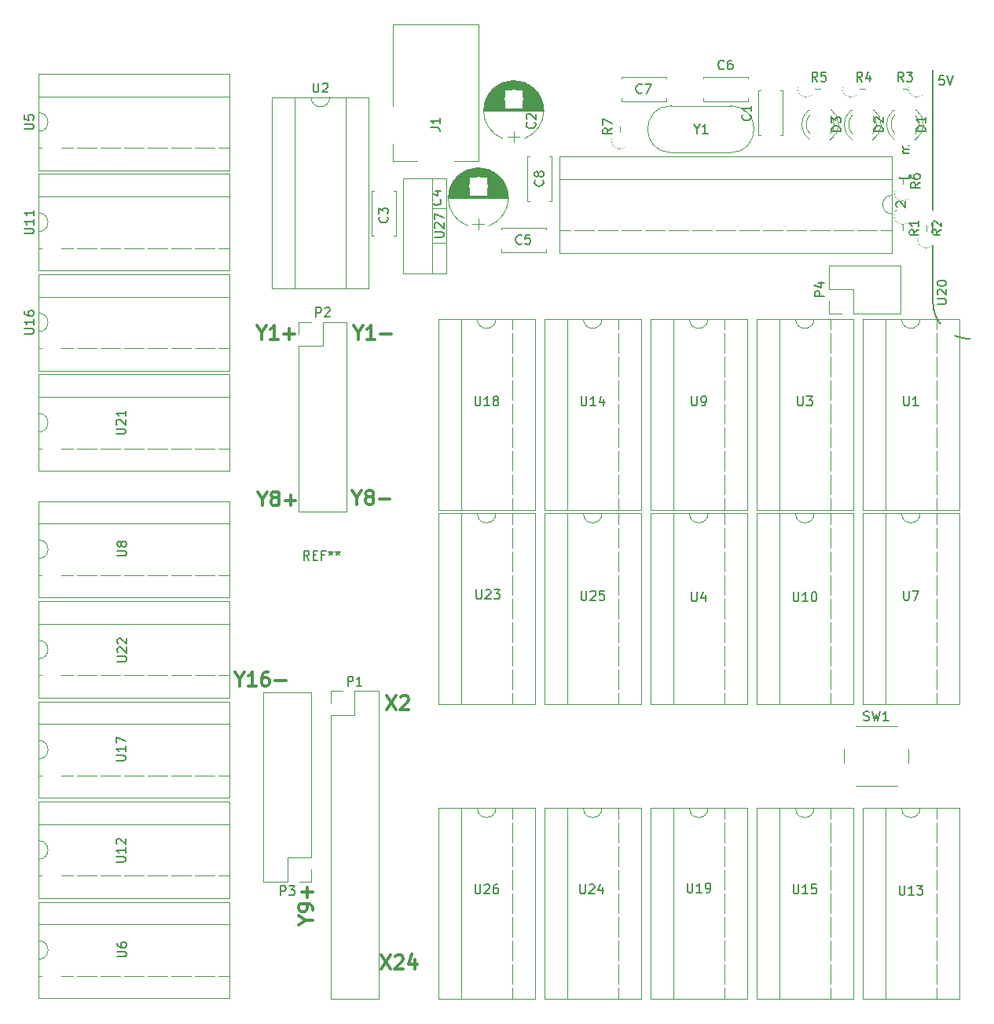
<source format=gto>
G04 #@! TF.FileFunction,Legend,Top*
%FSLAX46Y46*%
G04 Gerber Fmt 4.6, Leading zero omitted, Abs format (unit mm)*
G04 Created by KiCad (PCBNEW 4.0.7-e2-6376~58~ubuntu16.04.1) date Wed Feb 21 03:08:00 2018*
%MOMM*%
%LPD*%
G01*
G04 APERTURE LIST*
%ADD10C,0.100000*%
%ADD11C,0.300000*%
%ADD12C,0.120000*%
%ADD13C,0.150000*%
%ADD14C,2.400000*%
%ADD15R,2.100000X2.100000*%
%ADD16O,2.100000X2.100000*%
%ADD17C,1.900000*%
%ADD18C,2.000000*%
%ADD19R,2.000000X2.000000*%
%ADD20R,2.200000X2.200000*%
%ADD21C,2.200000*%
%ADD22R,3.900000X3.900000*%
%ADD23O,2.000000X2.000000*%
%ADD24O,2.200000X2.200000*%
%ADD25C,1.800000*%
%ADD26O,1.800000X1.800000*%
%ADD27C,5.700000*%
%ADD28C,1.924000*%
G04 APERTURE END LIST*
D10*
D11*
X46918858Y-90515286D02*
X46918858Y-91229571D01*
X46418858Y-89729571D02*
X46918858Y-90515286D01*
X47418858Y-89729571D01*
X48704572Y-91229571D02*
X47847429Y-91229571D01*
X48276001Y-91229571D02*
X48276001Y-89729571D01*
X48133144Y-89943857D01*
X47990286Y-90086714D01*
X47847429Y-90158143D01*
X49990286Y-89729571D02*
X49704572Y-89729571D01*
X49561715Y-89801000D01*
X49490286Y-89872429D01*
X49347429Y-90086714D01*
X49276000Y-90372429D01*
X49276000Y-90943857D01*
X49347429Y-91086714D01*
X49418857Y-91158143D01*
X49561715Y-91229571D01*
X49847429Y-91229571D01*
X49990286Y-91158143D01*
X50061715Y-91086714D01*
X50133143Y-90943857D01*
X50133143Y-90586714D01*
X50061715Y-90443857D01*
X49990286Y-90372429D01*
X49847429Y-90301000D01*
X49561715Y-90301000D01*
X49418857Y-90372429D01*
X49347429Y-90443857D01*
X49276000Y-90586714D01*
X50776000Y-90658143D02*
X51918857Y-90658143D01*
X54066286Y-116450857D02*
X54780571Y-116450857D01*
X53280571Y-116950857D02*
X54066286Y-116450857D01*
X53280571Y-115950857D01*
X54780571Y-115379429D02*
X54780571Y-115093714D01*
X54709143Y-114950857D01*
X54637714Y-114879429D01*
X54423429Y-114736571D01*
X54137714Y-114665143D01*
X53566286Y-114665143D01*
X53423429Y-114736571D01*
X53352000Y-114808000D01*
X53280571Y-114950857D01*
X53280571Y-115236571D01*
X53352000Y-115379429D01*
X53423429Y-115450857D01*
X53566286Y-115522286D01*
X53923429Y-115522286D01*
X54066286Y-115450857D01*
X54137714Y-115379429D01*
X54209143Y-115236571D01*
X54209143Y-114950857D01*
X54137714Y-114808000D01*
X54066286Y-114736571D01*
X53923429Y-114665143D01*
X54209143Y-114022286D02*
X54209143Y-112879429D01*
X54780571Y-113450858D02*
X53637714Y-113450858D01*
X62206430Y-120209571D02*
X63206430Y-121709571D01*
X63206430Y-120209571D02*
X62206430Y-121709571D01*
X63706429Y-120352429D02*
X63777858Y-120281000D01*
X63920715Y-120209571D01*
X64277858Y-120209571D01*
X64420715Y-120281000D01*
X64492144Y-120352429D01*
X64563572Y-120495286D01*
X64563572Y-120638143D01*
X64492144Y-120852429D01*
X63635001Y-121709571D01*
X64563572Y-121709571D01*
X65849286Y-120709571D02*
X65849286Y-121709571D01*
X65492143Y-120138143D02*
X65135000Y-121209571D01*
X66063572Y-121209571D01*
X62793715Y-92269571D02*
X63793715Y-93769571D01*
X63793715Y-92269571D02*
X62793715Y-93769571D01*
X64293714Y-92412429D02*
X64365143Y-92341000D01*
X64508000Y-92269571D01*
X64865143Y-92269571D01*
X65008000Y-92341000D01*
X65079429Y-92412429D01*
X65150857Y-92555286D01*
X65150857Y-92698143D01*
X65079429Y-92912429D01*
X64222286Y-93769571D01*
X65150857Y-93769571D01*
X59571143Y-70957286D02*
X59571143Y-71671571D01*
X59071143Y-70171571D02*
X59571143Y-70957286D01*
X60071143Y-70171571D01*
X60785429Y-70814429D02*
X60642571Y-70743000D01*
X60571143Y-70671571D01*
X60499714Y-70528714D01*
X60499714Y-70457286D01*
X60571143Y-70314429D01*
X60642571Y-70243000D01*
X60785429Y-70171571D01*
X61071143Y-70171571D01*
X61214000Y-70243000D01*
X61285429Y-70314429D01*
X61356857Y-70457286D01*
X61356857Y-70528714D01*
X61285429Y-70671571D01*
X61214000Y-70743000D01*
X61071143Y-70814429D01*
X60785429Y-70814429D01*
X60642571Y-70885857D01*
X60571143Y-70957286D01*
X60499714Y-71100143D01*
X60499714Y-71385857D01*
X60571143Y-71528714D01*
X60642571Y-71600143D01*
X60785429Y-71671571D01*
X61071143Y-71671571D01*
X61214000Y-71600143D01*
X61285429Y-71528714D01*
X61356857Y-71385857D01*
X61356857Y-71100143D01*
X61285429Y-70957286D01*
X61214000Y-70885857D01*
X61071143Y-70814429D01*
X61999714Y-71100143D02*
X63142571Y-71100143D01*
X49411143Y-71084286D02*
X49411143Y-71798571D01*
X48911143Y-70298571D02*
X49411143Y-71084286D01*
X49911143Y-70298571D01*
X50625429Y-70941429D02*
X50482571Y-70870000D01*
X50411143Y-70798571D01*
X50339714Y-70655714D01*
X50339714Y-70584286D01*
X50411143Y-70441429D01*
X50482571Y-70370000D01*
X50625429Y-70298571D01*
X50911143Y-70298571D01*
X51054000Y-70370000D01*
X51125429Y-70441429D01*
X51196857Y-70584286D01*
X51196857Y-70655714D01*
X51125429Y-70798571D01*
X51054000Y-70870000D01*
X50911143Y-70941429D01*
X50625429Y-70941429D01*
X50482571Y-71012857D01*
X50411143Y-71084286D01*
X50339714Y-71227143D01*
X50339714Y-71512857D01*
X50411143Y-71655714D01*
X50482571Y-71727143D01*
X50625429Y-71798571D01*
X50911143Y-71798571D01*
X51054000Y-71727143D01*
X51125429Y-71655714D01*
X51196857Y-71512857D01*
X51196857Y-71227143D01*
X51125429Y-71084286D01*
X51054000Y-71012857D01*
X50911143Y-70941429D01*
X51839714Y-71227143D02*
X52982571Y-71227143D01*
X52411142Y-71798571D02*
X52411142Y-70655714D01*
X59698143Y-53177286D02*
X59698143Y-53891571D01*
X59198143Y-52391571D02*
X59698143Y-53177286D01*
X60198143Y-52391571D01*
X61483857Y-53891571D02*
X60626714Y-53891571D01*
X61055286Y-53891571D02*
X61055286Y-52391571D01*
X60912429Y-52605857D01*
X60769571Y-52748714D01*
X60626714Y-52820143D01*
X62126714Y-53320143D02*
X63269571Y-53320143D01*
X49284143Y-53177286D02*
X49284143Y-53891571D01*
X48784143Y-52391571D02*
X49284143Y-53177286D01*
X49784143Y-52391571D01*
X51069857Y-53891571D02*
X50212714Y-53891571D01*
X50641286Y-53891571D02*
X50641286Y-52391571D01*
X50498429Y-52605857D01*
X50355571Y-52748714D01*
X50212714Y-52820143D01*
X51712714Y-53320143D02*
X52855571Y-53320143D01*
X52284142Y-53891571D02*
X52284142Y-52748714D01*
D12*
X113268000Y-102020000D02*
X117768000Y-102020000D01*
X112018000Y-98020000D02*
X112018000Y-99520000D01*
X117768000Y-95520000D02*
X113268000Y-95520000D01*
X119018000Y-99520000D02*
X119018000Y-98020000D01*
X54670000Y-91888000D02*
X49470000Y-91888000D01*
X54670000Y-109728000D02*
X54670000Y-91888000D01*
X49470000Y-112328000D02*
X49470000Y-91888000D01*
X54670000Y-109728000D02*
X52070000Y-109728000D01*
X52070000Y-109728000D02*
X52070000Y-112328000D01*
X52070000Y-112328000D02*
X49470000Y-112328000D01*
X54670000Y-110998000D02*
X54670000Y-112328000D01*
X54670000Y-112328000D02*
X53340000Y-112328000D01*
X56709000Y-124901000D02*
X61909000Y-124901000D01*
X56709000Y-94361000D02*
X56709000Y-124901000D01*
X61909000Y-91761000D02*
X61909000Y-124901000D01*
X56709000Y-94361000D02*
X59309000Y-94361000D01*
X59309000Y-94361000D02*
X59309000Y-91761000D01*
X59309000Y-91761000D02*
X61909000Y-91761000D01*
X56709000Y-93091000D02*
X56709000Y-91761000D01*
X56709000Y-91761000D02*
X58039000Y-91761000D01*
X99820000Y-33767000D02*
X93420000Y-33767000D01*
X99820000Y-28717000D02*
X93420000Y-28717000D01*
X99820000Y-28717000D02*
G75*
G02X99820000Y-33767000I0J-2525000D01*
G01*
X93420000Y-28717000D02*
G75*
G03X93420000Y-33767000I0J-2525000D01*
G01*
X77938000Y-39026000D02*
X77938000Y-34206000D01*
X80558000Y-39026000D02*
X80558000Y-34206000D01*
X77938000Y-39026000D02*
X78252000Y-39026000D01*
X80244000Y-39026000D02*
X80558000Y-39026000D01*
X77938000Y-34206000D02*
X78252000Y-34206000D01*
X80244000Y-34206000D02*
X80558000Y-34206000D01*
X118170000Y-51114000D02*
X118170000Y-45914000D01*
X113030000Y-51114000D02*
X118170000Y-51114000D01*
X110430000Y-45914000D02*
X118170000Y-45914000D01*
X113030000Y-51114000D02*
X113030000Y-48514000D01*
X113030000Y-48514000D02*
X110430000Y-48514000D01*
X110430000Y-48514000D02*
X110430000Y-45914000D01*
X111760000Y-51114000D02*
X110430000Y-51114000D01*
X110430000Y-51114000D02*
X110430000Y-49784000D01*
X92874000Y-28234000D02*
X88054000Y-28234000D01*
X92874000Y-25614000D02*
X88054000Y-25614000D01*
X92874000Y-28234000D02*
X92874000Y-27920000D01*
X92874000Y-25928000D02*
X92874000Y-25614000D01*
X88054000Y-28234000D02*
X88054000Y-27920000D01*
X88054000Y-25928000D02*
X88054000Y-25614000D01*
X96864000Y-25614000D02*
X101684000Y-25614000D01*
X96864000Y-28234000D02*
X101684000Y-28234000D01*
X96864000Y-25614000D02*
X96864000Y-25928000D01*
X96864000Y-27920000D02*
X96864000Y-28234000D01*
X101684000Y-25614000D02*
X101684000Y-25928000D01*
X101684000Y-27920000D02*
X101684000Y-28234000D01*
X79920000Y-44490000D02*
X75100000Y-44490000D01*
X79920000Y-41870000D02*
X75100000Y-41870000D01*
X79920000Y-44490000D02*
X79920000Y-44176000D01*
X79920000Y-42184000D02*
X79920000Y-41870000D01*
X75100000Y-44490000D02*
X75100000Y-44176000D01*
X75100000Y-42184000D02*
X75100000Y-41870000D01*
X102830000Y-31914000D02*
X102830000Y-27094000D01*
X105450000Y-31914000D02*
X105450000Y-27094000D01*
X102830000Y-31914000D02*
X103144000Y-31914000D01*
X105136000Y-31914000D02*
X105450000Y-31914000D01*
X102830000Y-27094000D02*
X103144000Y-27094000D01*
X105136000Y-27094000D02*
X105450000Y-27094000D01*
X75274864Y-26212180D02*
G75*
G03X75274000Y-32247482I1179136J-3017820D01*
G01*
X77633136Y-26212180D02*
G75*
G02X77634000Y-32247482I-1179136J-3017820D01*
G01*
X77633136Y-26212180D02*
G75*
G03X75274000Y-26212518I-1179136J-3017820D01*
G01*
X73254000Y-29230000D02*
X79654000Y-29230000D01*
X73254000Y-29190000D02*
X79654000Y-29190000D01*
X73254000Y-29150000D02*
X79654000Y-29150000D01*
X73256000Y-29110000D02*
X79652000Y-29110000D01*
X73257000Y-29070000D02*
X79651000Y-29070000D01*
X73260000Y-29030000D02*
X79648000Y-29030000D01*
X73262000Y-28990000D02*
X79646000Y-28990000D01*
X73266000Y-28950000D02*
X75474000Y-28950000D01*
X77434000Y-28950000D02*
X79642000Y-28950000D01*
X73269000Y-28910000D02*
X75474000Y-28910000D01*
X77434000Y-28910000D02*
X79639000Y-28910000D01*
X73274000Y-28870000D02*
X75474000Y-28870000D01*
X77434000Y-28870000D02*
X79634000Y-28870000D01*
X73278000Y-28830000D02*
X75474000Y-28830000D01*
X77434000Y-28830000D02*
X79630000Y-28830000D01*
X73284000Y-28790000D02*
X75474000Y-28790000D01*
X77434000Y-28790000D02*
X79624000Y-28790000D01*
X73289000Y-28750000D02*
X75474000Y-28750000D01*
X77434000Y-28750000D02*
X79619000Y-28750000D01*
X73296000Y-28710000D02*
X75474000Y-28710000D01*
X77434000Y-28710000D02*
X79612000Y-28710000D01*
X73302000Y-28670000D02*
X75474000Y-28670000D01*
X77434000Y-28670000D02*
X79606000Y-28670000D01*
X73310000Y-28630000D02*
X75474000Y-28630000D01*
X77434000Y-28630000D02*
X79598000Y-28630000D01*
X73317000Y-28590000D02*
X75474000Y-28590000D01*
X77434000Y-28590000D02*
X79591000Y-28590000D01*
X73326000Y-28550000D02*
X75474000Y-28550000D01*
X77434000Y-28550000D02*
X79582000Y-28550000D01*
X73335000Y-28509000D02*
X75474000Y-28509000D01*
X77434000Y-28509000D02*
X79573000Y-28509000D01*
X73344000Y-28469000D02*
X75474000Y-28469000D01*
X77434000Y-28469000D02*
X79564000Y-28469000D01*
X73354000Y-28429000D02*
X75474000Y-28429000D01*
X77434000Y-28429000D02*
X79554000Y-28429000D01*
X73364000Y-28389000D02*
X75474000Y-28389000D01*
X77434000Y-28389000D02*
X79544000Y-28389000D01*
X73375000Y-28349000D02*
X75474000Y-28349000D01*
X77434000Y-28349000D02*
X79533000Y-28349000D01*
X73387000Y-28309000D02*
X75474000Y-28309000D01*
X77434000Y-28309000D02*
X79521000Y-28309000D01*
X73399000Y-28269000D02*
X75474000Y-28269000D01*
X77434000Y-28269000D02*
X79509000Y-28269000D01*
X73412000Y-28229000D02*
X75474000Y-28229000D01*
X77434000Y-28229000D02*
X79496000Y-28229000D01*
X73425000Y-28189000D02*
X75474000Y-28189000D01*
X77434000Y-28189000D02*
X79483000Y-28189000D01*
X73439000Y-28149000D02*
X75474000Y-28149000D01*
X77434000Y-28149000D02*
X79469000Y-28149000D01*
X73453000Y-28109000D02*
X75474000Y-28109000D01*
X77434000Y-28109000D02*
X79455000Y-28109000D01*
X73468000Y-28069000D02*
X75474000Y-28069000D01*
X77434000Y-28069000D02*
X79440000Y-28069000D01*
X73484000Y-28029000D02*
X75474000Y-28029000D01*
X77434000Y-28029000D02*
X79424000Y-28029000D01*
X73500000Y-27989000D02*
X75474000Y-27989000D01*
X77434000Y-27989000D02*
X79408000Y-27989000D01*
X73517000Y-27949000D02*
X75474000Y-27949000D01*
X77434000Y-27949000D02*
X79391000Y-27949000D01*
X73535000Y-27909000D02*
X75474000Y-27909000D01*
X77434000Y-27909000D02*
X79373000Y-27909000D01*
X73553000Y-27869000D02*
X75474000Y-27869000D01*
X77434000Y-27869000D02*
X79355000Y-27869000D01*
X73572000Y-27829000D02*
X75474000Y-27829000D01*
X77434000Y-27829000D02*
X79336000Y-27829000D01*
X73591000Y-27789000D02*
X75474000Y-27789000D01*
X77434000Y-27789000D02*
X79317000Y-27789000D01*
X73611000Y-27749000D02*
X75474000Y-27749000D01*
X77434000Y-27749000D02*
X79297000Y-27749000D01*
X73632000Y-27709000D02*
X75474000Y-27709000D01*
X77434000Y-27709000D02*
X79276000Y-27709000D01*
X73654000Y-27669000D02*
X75474000Y-27669000D01*
X77434000Y-27669000D02*
X79254000Y-27669000D01*
X73676000Y-27629000D02*
X75474000Y-27629000D01*
X77434000Y-27629000D02*
X79232000Y-27629000D01*
X73699000Y-27589000D02*
X75474000Y-27589000D01*
X77434000Y-27589000D02*
X79209000Y-27589000D01*
X73723000Y-27549000D02*
X75474000Y-27549000D01*
X77434000Y-27549000D02*
X79185000Y-27549000D01*
X73748000Y-27509000D02*
X75474000Y-27509000D01*
X77434000Y-27509000D02*
X79160000Y-27509000D01*
X73773000Y-27469000D02*
X75474000Y-27469000D01*
X77434000Y-27469000D02*
X79135000Y-27469000D01*
X73800000Y-27429000D02*
X75474000Y-27429000D01*
X77434000Y-27429000D02*
X79108000Y-27429000D01*
X73827000Y-27389000D02*
X75474000Y-27389000D01*
X77434000Y-27389000D02*
X79081000Y-27389000D01*
X73855000Y-27349000D02*
X75474000Y-27349000D01*
X77434000Y-27349000D02*
X79053000Y-27349000D01*
X73884000Y-27309000D02*
X75474000Y-27309000D01*
X77434000Y-27309000D02*
X79024000Y-27309000D01*
X73914000Y-27269000D02*
X75474000Y-27269000D01*
X77434000Y-27269000D02*
X78994000Y-27269000D01*
X73944000Y-27229000D02*
X75474000Y-27229000D01*
X77434000Y-27229000D02*
X78964000Y-27229000D01*
X73976000Y-27189000D02*
X75474000Y-27189000D01*
X77434000Y-27189000D02*
X78932000Y-27189000D01*
X74009000Y-27149000D02*
X75474000Y-27149000D01*
X77434000Y-27149000D02*
X78899000Y-27149000D01*
X74043000Y-27109000D02*
X75474000Y-27109000D01*
X77434000Y-27109000D02*
X78865000Y-27109000D01*
X74079000Y-27069000D02*
X75474000Y-27069000D01*
X77434000Y-27069000D02*
X78829000Y-27069000D01*
X74115000Y-27029000D02*
X75474000Y-27029000D01*
X77434000Y-27029000D02*
X78793000Y-27029000D01*
X74153000Y-26989000D02*
X78755000Y-26989000D01*
X74192000Y-26949000D02*
X78716000Y-26949000D01*
X74232000Y-26909000D02*
X78676000Y-26909000D01*
X74274000Y-26869000D02*
X78634000Y-26869000D01*
X74317000Y-26829000D02*
X78591000Y-26829000D01*
X74362000Y-26789000D02*
X78546000Y-26789000D01*
X74409000Y-26749000D02*
X78499000Y-26749000D01*
X74457000Y-26709000D02*
X78451000Y-26709000D01*
X74508000Y-26669000D02*
X78400000Y-26669000D01*
X74560000Y-26629000D02*
X78348000Y-26629000D01*
X74615000Y-26589000D02*
X78293000Y-26589000D01*
X74673000Y-26549000D02*
X78235000Y-26549000D01*
X74733000Y-26509000D02*
X78175000Y-26509000D01*
X74796000Y-26469000D02*
X78112000Y-26469000D01*
X74863000Y-26429000D02*
X78045000Y-26429000D01*
X74934000Y-26389000D02*
X77974000Y-26389000D01*
X75009000Y-26349000D02*
X77899000Y-26349000D01*
X75090000Y-26309000D02*
X77818000Y-26309000D01*
X75176000Y-26269000D02*
X77732000Y-26269000D01*
X75270000Y-26229000D02*
X77638000Y-26229000D01*
X75373000Y-26189000D02*
X77535000Y-26189000D01*
X75488000Y-26149000D02*
X77420000Y-26149000D01*
X75620000Y-26109000D02*
X77288000Y-26109000D01*
X75778000Y-26069000D02*
X77130000Y-26069000D01*
X75986000Y-26029000D02*
X76922000Y-26029000D01*
X76454000Y-32680000D02*
X76454000Y-31480000D01*
X75804000Y-32080000D02*
X77104000Y-32080000D01*
X115124608Y-32406335D02*
G75*
G03X115281516Y-29174000I-1078608J1672335D01*
G01*
X112967392Y-32406335D02*
G75*
G02X112810484Y-29174000I1078608J1672335D01*
G01*
X115125837Y-31775130D02*
G75*
G03X115126000Y-29693039I-1079837J1041130D01*
G01*
X112966163Y-31775130D02*
G75*
G02X112966000Y-29693039I1079837J1041130D01*
G01*
X115282000Y-29174000D02*
X115126000Y-29174000D01*
X112966000Y-29174000D02*
X112810000Y-29174000D01*
X110552608Y-32406335D02*
G75*
G03X110709516Y-29174000I-1078608J1672335D01*
G01*
X108395392Y-32406335D02*
G75*
G02X108238484Y-29174000I1078608J1672335D01*
G01*
X110553837Y-31775130D02*
G75*
G03X110554000Y-29693039I-1079837J1041130D01*
G01*
X108394163Y-31775130D02*
G75*
G02X108394000Y-29693039I1079837J1041130D01*
G01*
X110710000Y-29174000D02*
X110554000Y-29174000D01*
X108394000Y-29174000D02*
X108238000Y-29174000D01*
X119696608Y-32406335D02*
G75*
G03X119853516Y-29174000I-1078608J1672335D01*
G01*
X117539392Y-32406335D02*
G75*
G02X117382484Y-29174000I1078608J1672335D01*
G01*
X119697837Y-31775130D02*
G75*
G03X119698000Y-29693039I-1079837J1041130D01*
G01*
X117538163Y-31775130D02*
G75*
G02X117538000Y-29693039I1079837J1041130D01*
G01*
X119854000Y-29174000D02*
X119698000Y-29174000D01*
X117538000Y-29174000D02*
X117382000Y-29174000D01*
X53280000Y-72450000D02*
X58480000Y-72450000D01*
X53280000Y-54610000D02*
X53280000Y-72450000D01*
X58480000Y-52010000D02*
X58480000Y-72450000D01*
X53280000Y-54610000D02*
X55880000Y-54610000D01*
X55880000Y-54610000D02*
X55880000Y-52010000D01*
X55880000Y-52010000D02*
X58480000Y-52010000D01*
X53280000Y-53340000D02*
X53280000Y-52010000D01*
X53280000Y-52010000D02*
X54610000Y-52010000D01*
X63472000Y-28782000D02*
X63472000Y-19982000D01*
X63472000Y-19982000D02*
X72672000Y-19982000D01*
X66172000Y-34682000D02*
X63472000Y-34682000D01*
X63472000Y-34682000D02*
X63472000Y-32782000D01*
X72672000Y-19982000D02*
X72672000Y-34682000D01*
X72672000Y-34682000D02*
X70072000Y-34682000D01*
X71464864Y-35610180D02*
G75*
G03X71464000Y-41645482I1179136J-3017820D01*
G01*
X73823136Y-35610180D02*
G75*
G02X73824000Y-41645482I-1179136J-3017820D01*
G01*
X73823136Y-35610180D02*
G75*
G03X71464000Y-35610518I-1179136J-3017820D01*
G01*
X69444000Y-38628000D02*
X75844000Y-38628000D01*
X69444000Y-38588000D02*
X75844000Y-38588000D01*
X69444000Y-38548000D02*
X75844000Y-38548000D01*
X69446000Y-38508000D02*
X75842000Y-38508000D01*
X69447000Y-38468000D02*
X75841000Y-38468000D01*
X69450000Y-38428000D02*
X75838000Y-38428000D01*
X69452000Y-38388000D02*
X75836000Y-38388000D01*
X69456000Y-38348000D02*
X71664000Y-38348000D01*
X73624000Y-38348000D02*
X75832000Y-38348000D01*
X69459000Y-38308000D02*
X71664000Y-38308000D01*
X73624000Y-38308000D02*
X75829000Y-38308000D01*
X69464000Y-38268000D02*
X71664000Y-38268000D01*
X73624000Y-38268000D02*
X75824000Y-38268000D01*
X69468000Y-38228000D02*
X71664000Y-38228000D01*
X73624000Y-38228000D02*
X75820000Y-38228000D01*
X69474000Y-38188000D02*
X71664000Y-38188000D01*
X73624000Y-38188000D02*
X75814000Y-38188000D01*
X69479000Y-38148000D02*
X71664000Y-38148000D01*
X73624000Y-38148000D02*
X75809000Y-38148000D01*
X69486000Y-38108000D02*
X71664000Y-38108000D01*
X73624000Y-38108000D02*
X75802000Y-38108000D01*
X69492000Y-38068000D02*
X71664000Y-38068000D01*
X73624000Y-38068000D02*
X75796000Y-38068000D01*
X69500000Y-38028000D02*
X71664000Y-38028000D01*
X73624000Y-38028000D02*
X75788000Y-38028000D01*
X69507000Y-37988000D02*
X71664000Y-37988000D01*
X73624000Y-37988000D02*
X75781000Y-37988000D01*
X69516000Y-37948000D02*
X71664000Y-37948000D01*
X73624000Y-37948000D02*
X75772000Y-37948000D01*
X69525000Y-37907000D02*
X71664000Y-37907000D01*
X73624000Y-37907000D02*
X75763000Y-37907000D01*
X69534000Y-37867000D02*
X71664000Y-37867000D01*
X73624000Y-37867000D02*
X75754000Y-37867000D01*
X69544000Y-37827000D02*
X71664000Y-37827000D01*
X73624000Y-37827000D02*
X75744000Y-37827000D01*
X69554000Y-37787000D02*
X71664000Y-37787000D01*
X73624000Y-37787000D02*
X75734000Y-37787000D01*
X69565000Y-37747000D02*
X71664000Y-37747000D01*
X73624000Y-37747000D02*
X75723000Y-37747000D01*
X69577000Y-37707000D02*
X71664000Y-37707000D01*
X73624000Y-37707000D02*
X75711000Y-37707000D01*
X69589000Y-37667000D02*
X71664000Y-37667000D01*
X73624000Y-37667000D02*
X75699000Y-37667000D01*
X69602000Y-37627000D02*
X71664000Y-37627000D01*
X73624000Y-37627000D02*
X75686000Y-37627000D01*
X69615000Y-37587000D02*
X71664000Y-37587000D01*
X73624000Y-37587000D02*
X75673000Y-37587000D01*
X69629000Y-37547000D02*
X71664000Y-37547000D01*
X73624000Y-37547000D02*
X75659000Y-37547000D01*
X69643000Y-37507000D02*
X71664000Y-37507000D01*
X73624000Y-37507000D02*
X75645000Y-37507000D01*
X69658000Y-37467000D02*
X71664000Y-37467000D01*
X73624000Y-37467000D02*
X75630000Y-37467000D01*
X69674000Y-37427000D02*
X71664000Y-37427000D01*
X73624000Y-37427000D02*
X75614000Y-37427000D01*
X69690000Y-37387000D02*
X71664000Y-37387000D01*
X73624000Y-37387000D02*
X75598000Y-37387000D01*
X69707000Y-37347000D02*
X71664000Y-37347000D01*
X73624000Y-37347000D02*
X75581000Y-37347000D01*
X69725000Y-37307000D02*
X71664000Y-37307000D01*
X73624000Y-37307000D02*
X75563000Y-37307000D01*
X69743000Y-37267000D02*
X71664000Y-37267000D01*
X73624000Y-37267000D02*
X75545000Y-37267000D01*
X69762000Y-37227000D02*
X71664000Y-37227000D01*
X73624000Y-37227000D02*
X75526000Y-37227000D01*
X69781000Y-37187000D02*
X71664000Y-37187000D01*
X73624000Y-37187000D02*
X75507000Y-37187000D01*
X69801000Y-37147000D02*
X71664000Y-37147000D01*
X73624000Y-37147000D02*
X75487000Y-37147000D01*
X69822000Y-37107000D02*
X71664000Y-37107000D01*
X73624000Y-37107000D02*
X75466000Y-37107000D01*
X69844000Y-37067000D02*
X71664000Y-37067000D01*
X73624000Y-37067000D02*
X75444000Y-37067000D01*
X69866000Y-37027000D02*
X71664000Y-37027000D01*
X73624000Y-37027000D02*
X75422000Y-37027000D01*
X69889000Y-36987000D02*
X71664000Y-36987000D01*
X73624000Y-36987000D02*
X75399000Y-36987000D01*
X69913000Y-36947000D02*
X71664000Y-36947000D01*
X73624000Y-36947000D02*
X75375000Y-36947000D01*
X69938000Y-36907000D02*
X71664000Y-36907000D01*
X73624000Y-36907000D02*
X75350000Y-36907000D01*
X69963000Y-36867000D02*
X71664000Y-36867000D01*
X73624000Y-36867000D02*
X75325000Y-36867000D01*
X69990000Y-36827000D02*
X71664000Y-36827000D01*
X73624000Y-36827000D02*
X75298000Y-36827000D01*
X70017000Y-36787000D02*
X71664000Y-36787000D01*
X73624000Y-36787000D02*
X75271000Y-36787000D01*
X70045000Y-36747000D02*
X71664000Y-36747000D01*
X73624000Y-36747000D02*
X75243000Y-36747000D01*
X70074000Y-36707000D02*
X71664000Y-36707000D01*
X73624000Y-36707000D02*
X75214000Y-36707000D01*
X70104000Y-36667000D02*
X71664000Y-36667000D01*
X73624000Y-36667000D02*
X75184000Y-36667000D01*
X70134000Y-36627000D02*
X71664000Y-36627000D01*
X73624000Y-36627000D02*
X75154000Y-36627000D01*
X70166000Y-36587000D02*
X71664000Y-36587000D01*
X73624000Y-36587000D02*
X75122000Y-36587000D01*
X70199000Y-36547000D02*
X71664000Y-36547000D01*
X73624000Y-36547000D02*
X75089000Y-36547000D01*
X70233000Y-36507000D02*
X71664000Y-36507000D01*
X73624000Y-36507000D02*
X75055000Y-36507000D01*
X70269000Y-36467000D02*
X71664000Y-36467000D01*
X73624000Y-36467000D02*
X75019000Y-36467000D01*
X70305000Y-36427000D02*
X71664000Y-36427000D01*
X73624000Y-36427000D02*
X74983000Y-36427000D01*
X70343000Y-36387000D02*
X74945000Y-36387000D01*
X70382000Y-36347000D02*
X74906000Y-36347000D01*
X70422000Y-36307000D02*
X74866000Y-36307000D01*
X70464000Y-36267000D02*
X74824000Y-36267000D01*
X70507000Y-36227000D02*
X74781000Y-36227000D01*
X70552000Y-36187000D02*
X74736000Y-36187000D01*
X70599000Y-36147000D02*
X74689000Y-36147000D01*
X70647000Y-36107000D02*
X74641000Y-36107000D01*
X70698000Y-36067000D02*
X74590000Y-36067000D01*
X70750000Y-36027000D02*
X74538000Y-36027000D01*
X70805000Y-35987000D02*
X74483000Y-35987000D01*
X70863000Y-35947000D02*
X74425000Y-35947000D01*
X70923000Y-35907000D02*
X74365000Y-35907000D01*
X70986000Y-35867000D02*
X74302000Y-35867000D01*
X71053000Y-35827000D02*
X74235000Y-35827000D01*
X71124000Y-35787000D02*
X74164000Y-35787000D01*
X71199000Y-35747000D02*
X74089000Y-35747000D01*
X71280000Y-35707000D02*
X74008000Y-35707000D01*
X71366000Y-35667000D02*
X73922000Y-35667000D01*
X71460000Y-35627000D02*
X73828000Y-35627000D01*
X71563000Y-35587000D02*
X73725000Y-35587000D01*
X71678000Y-35547000D02*
X73610000Y-35547000D01*
X71810000Y-35507000D02*
X73478000Y-35507000D01*
X71968000Y-35467000D02*
X73320000Y-35467000D01*
X72176000Y-35427000D02*
X73112000Y-35427000D01*
X72644000Y-42078000D02*
X72644000Y-40878000D01*
X71994000Y-41478000D02*
X73294000Y-41478000D01*
X63794000Y-37936000D02*
X63794000Y-42756000D01*
X61174000Y-37936000D02*
X61174000Y-42756000D01*
X63794000Y-37936000D02*
X63480000Y-37936000D01*
X61488000Y-37936000D02*
X61174000Y-37936000D01*
X63794000Y-42756000D02*
X63480000Y-42756000D01*
X61488000Y-42756000D02*
X61174000Y-42756000D01*
X118253000Y-51696000D02*
X116483000Y-51696000D01*
X116483000Y-51696000D02*
X116483000Y-72256000D01*
X116483000Y-72256000D02*
X122023000Y-72256000D01*
X122023000Y-72256000D02*
X122023000Y-51696000D01*
X122023000Y-51696000D02*
X120253000Y-51696000D01*
X114053000Y-51696000D02*
X114053000Y-72256000D01*
X114053000Y-72256000D02*
X124453000Y-72256000D01*
X124453000Y-72256000D02*
X124453000Y-51696000D01*
X124453000Y-51696000D02*
X114053000Y-51696000D01*
X120253000Y-51696000D02*
G75*
G02X118253000Y-51696000I-1000000J0D01*
G01*
X54626000Y-27820000D02*
X52856000Y-27820000D01*
X52856000Y-27820000D02*
X52856000Y-48380000D01*
X52856000Y-48380000D02*
X58396000Y-48380000D01*
X58396000Y-48380000D02*
X58396000Y-27820000D01*
X58396000Y-27820000D02*
X56626000Y-27820000D01*
X50426000Y-27820000D02*
X50426000Y-48380000D01*
X50426000Y-48380000D02*
X60826000Y-48380000D01*
X60826000Y-48380000D02*
X60826000Y-27820000D01*
X60826000Y-27820000D02*
X50426000Y-27820000D01*
X56626000Y-27820000D02*
G75*
G02X54626000Y-27820000I-1000000J0D01*
G01*
X106823000Y-51696000D02*
X105053000Y-51696000D01*
X105053000Y-51696000D02*
X105053000Y-72256000D01*
X105053000Y-72256000D02*
X110593000Y-72256000D01*
X110593000Y-72256000D02*
X110593000Y-51696000D01*
X110593000Y-51696000D02*
X108823000Y-51696000D01*
X102623000Y-51696000D02*
X102623000Y-72256000D01*
X102623000Y-72256000D02*
X113023000Y-72256000D01*
X113023000Y-72256000D02*
X113023000Y-51696000D01*
X113023000Y-51696000D02*
X102623000Y-51696000D01*
X108823000Y-51696000D02*
G75*
G02X106823000Y-51696000I-1000000J0D01*
G01*
X95393000Y-72651000D02*
X93623000Y-72651000D01*
X93623000Y-72651000D02*
X93623000Y-93211000D01*
X93623000Y-93211000D02*
X99163000Y-93211000D01*
X99163000Y-93211000D02*
X99163000Y-72651000D01*
X99163000Y-72651000D02*
X97393000Y-72651000D01*
X91193000Y-72651000D02*
X91193000Y-93211000D01*
X91193000Y-93211000D02*
X101593000Y-93211000D01*
X101593000Y-93211000D02*
X101593000Y-72651000D01*
X101593000Y-72651000D02*
X91193000Y-72651000D01*
X97393000Y-72651000D02*
G75*
G02X95393000Y-72651000I-1000000J0D01*
G01*
X25280000Y-31480000D02*
X25280000Y-33250000D01*
X25280000Y-33250000D02*
X45840000Y-33250000D01*
X45840000Y-33250000D02*
X45840000Y-27710000D01*
X45840000Y-27710000D02*
X25280000Y-27710000D01*
X25280000Y-27710000D02*
X25280000Y-29480000D01*
X25280000Y-35680000D02*
X45840000Y-35680000D01*
X45840000Y-35680000D02*
X45840000Y-25280000D01*
X45840000Y-25280000D02*
X25280000Y-25280000D01*
X25280000Y-25280000D02*
X25280000Y-35680000D01*
X25280000Y-29480000D02*
G75*
G02X25280000Y-31480000I0J-1000000D01*
G01*
X25280000Y-120685758D02*
X25280000Y-122455758D01*
X25280000Y-122455758D02*
X45840000Y-122455758D01*
X45840000Y-122455758D02*
X45840000Y-116915758D01*
X45840000Y-116915758D02*
X25280000Y-116915758D01*
X25280000Y-116915758D02*
X25280000Y-118685758D01*
X25280000Y-124885758D02*
X45840000Y-124885758D01*
X45840000Y-124885758D02*
X45840000Y-114485758D01*
X45840000Y-114485758D02*
X25280000Y-114485758D01*
X25280000Y-114485758D02*
X25280000Y-124885758D01*
X25280000Y-118685758D02*
G75*
G02X25280000Y-120685758I0J-1000000D01*
G01*
X118253000Y-72651000D02*
X116483000Y-72651000D01*
X116483000Y-72651000D02*
X116483000Y-93211000D01*
X116483000Y-93211000D02*
X122023000Y-93211000D01*
X122023000Y-93211000D02*
X122023000Y-72651000D01*
X122023000Y-72651000D02*
X120253000Y-72651000D01*
X114053000Y-72651000D02*
X114053000Y-93211000D01*
X114053000Y-93211000D02*
X124453000Y-93211000D01*
X124453000Y-93211000D02*
X124453000Y-72651000D01*
X124453000Y-72651000D02*
X114053000Y-72651000D01*
X120253000Y-72651000D02*
G75*
G02X118253000Y-72651000I-1000000J0D01*
G01*
X25280000Y-77505758D02*
X25280000Y-79275758D01*
X25280000Y-79275758D02*
X45840000Y-79275758D01*
X45840000Y-79275758D02*
X45840000Y-73735758D01*
X45840000Y-73735758D02*
X25280000Y-73735758D01*
X25280000Y-73735758D02*
X25280000Y-75505758D01*
X25280000Y-81705758D02*
X45840000Y-81705758D01*
X45840000Y-81705758D02*
X45840000Y-71305758D01*
X45840000Y-71305758D02*
X25280000Y-71305758D01*
X25280000Y-71305758D02*
X25280000Y-81705758D01*
X25280000Y-75505758D02*
G75*
G02X25280000Y-77505758I0J-1000000D01*
G01*
X95393000Y-51696000D02*
X93623000Y-51696000D01*
X93623000Y-51696000D02*
X93623000Y-72256000D01*
X93623000Y-72256000D02*
X99163000Y-72256000D01*
X99163000Y-72256000D02*
X99163000Y-51696000D01*
X99163000Y-51696000D02*
X97393000Y-51696000D01*
X91193000Y-51696000D02*
X91193000Y-72256000D01*
X91193000Y-72256000D02*
X101593000Y-72256000D01*
X101593000Y-72256000D02*
X101593000Y-51696000D01*
X101593000Y-51696000D02*
X91193000Y-51696000D01*
X97393000Y-51696000D02*
G75*
G02X95393000Y-51696000I-1000000J0D01*
G01*
X106823000Y-72651000D02*
X105053000Y-72651000D01*
X105053000Y-72651000D02*
X105053000Y-93211000D01*
X105053000Y-93211000D02*
X110593000Y-93211000D01*
X110593000Y-93211000D02*
X110593000Y-72651000D01*
X110593000Y-72651000D02*
X108823000Y-72651000D01*
X102623000Y-72651000D02*
X102623000Y-93211000D01*
X102623000Y-93211000D02*
X113023000Y-93211000D01*
X113023000Y-93211000D02*
X113023000Y-72651000D01*
X113023000Y-72651000D02*
X102623000Y-72651000D01*
X108823000Y-72651000D02*
G75*
G02X106823000Y-72651000I-1000000J0D01*
G01*
X25280000Y-42275000D02*
X25280000Y-44045000D01*
X25280000Y-44045000D02*
X45840000Y-44045000D01*
X45840000Y-44045000D02*
X45840000Y-38505000D01*
X45840000Y-38505000D02*
X25280000Y-38505000D01*
X25280000Y-38505000D02*
X25280000Y-40275000D01*
X25280000Y-46475000D02*
X45840000Y-46475000D01*
X45840000Y-46475000D02*
X45840000Y-36075000D01*
X45840000Y-36075000D02*
X25280000Y-36075000D01*
X25280000Y-36075000D02*
X25280000Y-46475000D01*
X25280000Y-40275000D02*
G75*
G02X25280000Y-42275000I0J-1000000D01*
G01*
X25280000Y-109890758D02*
X25280000Y-111660758D01*
X25280000Y-111660758D02*
X45840000Y-111660758D01*
X45840000Y-111660758D02*
X45840000Y-106120758D01*
X45840000Y-106120758D02*
X25280000Y-106120758D01*
X25280000Y-106120758D02*
X25280000Y-107890758D01*
X25280000Y-114090758D02*
X45840000Y-114090758D01*
X45840000Y-114090758D02*
X45840000Y-103690758D01*
X45840000Y-103690758D02*
X25280000Y-103690758D01*
X25280000Y-103690758D02*
X25280000Y-114090758D01*
X25280000Y-107890758D02*
G75*
G02X25280000Y-109890758I0J-1000000D01*
G01*
X118253000Y-104401000D02*
X116483000Y-104401000D01*
X116483000Y-104401000D02*
X116483000Y-124961000D01*
X116483000Y-124961000D02*
X122023000Y-124961000D01*
X122023000Y-124961000D02*
X122023000Y-104401000D01*
X122023000Y-104401000D02*
X120253000Y-104401000D01*
X114053000Y-104401000D02*
X114053000Y-124961000D01*
X114053000Y-124961000D02*
X124453000Y-124961000D01*
X124453000Y-124961000D02*
X124453000Y-104401000D01*
X124453000Y-104401000D02*
X114053000Y-104401000D01*
X120253000Y-104401000D02*
G75*
G02X118253000Y-104401000I-1000000J0D01*
G01*
X83963000Y-51696000D02*
X82193000Y-51696000D01*
X82193000Y-51696000D02*
X82193000Y-72256000D01*
X82193000Y-72256000D02*
X87733000Y-72256000D01*
X87733000Y-72256000D02*
X87733000Y-51696000D01*
X87733000Y-51696000D02*
X85963000Y-51696000D01*
X79763000Y-51696000D02*
X79763000Y-72256000D01*
X79763000Y-72256000D02*
X90163000Y-72256000D01*
X90163000Y-72256000D02*
X90163000Y-51696000D01*
X90163000Y-51696000D02*
X79763000Y-51696000D01*
X85963000Y-51696000D02*
G75*
G02X83963000Y-51696000I-1000000J0D01*
G01*
X106823000Y-104401000D02*
X105053000Y-104401000D01*
X105053000Y-104401000D02*
X105053000Y-124961000D01*
X105053000Y-124961000D02*
X110593000Y-124961000D01*
X110593000Y-124961000D02*
X110593000Y-104401000D01*
X110593000Y-104401000D02*
X108823000Y-104401000D01*
X102623000Y-104401000D02*
X102623000Y-124961000D01*
X102623000Y-124961000D02*
X113023000Y-124961000D01*
X113023000Y-124961000D02*
X113023000Y-104401000D01*
X113023000Y-104401000D02*
X102623000Y-104401000D01*
X108823000Y-104401000D02*
G75*
G02X106823000Y-104401000I-1000000J0D01*
G01*
X25280000Y-53070000D02*
X25280000Y-54840000D01*
X25280000Y-54840000D02*
X45840000Y-54840000D01*
X45840000Y-54840000D02*
X45840000Y-49300000D01*
X45840000Y-49300000D02*
X25280000Y-49300000D01*
X25280000Y-49300000D02*
X25280000Y-51070000D01*
X25280000Y-57270000D02*
X45840000Y-57270000D01*
X45840000Y-57270000D02*
X45840000Y-46870000D01*
X45840000Y-46870000D02*
X25280000Y-46870000D01*
X25280000Y-46870000D02*
X25280000Y-57270000D01*
X25280000Y-51070000D02*
G75*
G02X25280000Y-53070000I0J-1000000D01*
G01*
X25280000Y-99095758D02*
X25280000Y-100865758D01*
X25280000Y-100865758D02*
X45840000Y-100865758D01*
X45840000Y-100865758D02*
X45840000Y-95325758D01*
X45840000Y-95325758D02*
X25280000Y-95325758D01*
X25280000Y-95325758D02*
X25280000Y-97095758D01*
X25280000Y-103295758D02*
X45840000Y-103295758D01*
X45840000Y-103295758D02*
X45840000Y-92895758D01*
X45840000Y-92895758D02*
X25280000Y-92895758D01*
X25280000Y-92895758D02*
X25280000Y-103295758D01*
X25280000Y-97095758D02*
G75*
G02X25280000Y-99095758I0J-1000000D01*
G01*
X72533000Y-51696000D02*
X70763000Y-51696000D01*
X70763000Y-51696000D02*
X70763000Y-72256000D01*
X70763000Y-72256000D02*
X76303000Y-72256000D01*
X76303000Y-72256000D02*
X76303000Y-51696000D01*
X76303000Y-51696000D02*
X74533000Y-51696000D01*
X68333000Y-51696000D02*
X68333000Y-72256000D01*
X68333000Y-72256000D02*
X78733000Y-72256000D01*
X78733000Y-72256000D02*
X78733000Y-51696000D01*
X78733000Y-51696000D02*
X68333000Y-51696000D01*
X74533000Y-51696000D02*
G75*
G02X72533000Y-51696000I-1000000J0D01*
G01*
X95393000Y-104401000D02*
X93623000Y-104401000D01*
X93623000Y-104401000D02*
X93623000Y-124961000D01*
X93623000Y-124961000D02*
X99163000Y-124961000D01*
X99163000Y-124961000D02*
X99163000Y-104401000D01*
X99163000Y-104401000D02*
X97393000Y-104401000D01*
X91193000Y-104401000D02*
X91193000Y-124961000D01*
X91193000Y-124961000D02*
X101593000Y-124961000D01*
X101593000Y-124961000D02*
X101593000Y-104401000D01*
X101593000Y-104401000D02*
X91193000Y-104401000D01*
X97393000Y-104401000D02*
G75*
G02X95393000Y-104401000I-1000000J0D01*
G01*
X25280000Y-63865000D02*
X25280000Y-65635000D01*
X25280000Y-65635000D02*
X45840000Y-65635000D01*
X45840000Y-65635000D02*
X45840000Y-60095000D01*
X45840000Y-60095000D02*
X25280000Y-60095000D01*
X25280000Y-60095000D02*
X25280000Y-61865000D01*
X25280000Y-68065000D02*
X45840000Y-68065000D01*
X45840000Y-68065000D02*
X45840000Y-57665000D01*
X45840000Y-57665000D02*
X25280000Y-57665000D01*
X25280000Y-57665000D02*
X25280000Y-68065000D01*
X25280000Y-61865000D02*
G75*
G02X25280000Y-63865000I0J-1000000D01*
G01*
X25280000Y-88300758D02*
X25280000Y-90070758D01*
X25280000Y-90070758D02*
X45840000Y-90070758D01*
X45840000Y-90070758D02*
X45840000Y-84530758D01*
X45840000Y-84530758D02*
X25280000Y-84530758D01*
X25280000Y-84530758D02*
X25280000Y-86300758D01*
X25280000Y-92500758D02*
X45840000Y-92500758D01*
X45840000Y-92500758D02*
X45840000Y-82100758D01*
X45840000Y-82100758D02*
X25280000Y-82100758D01*
X25280000Y-82100758D02*
X25280000Y-92500758D01*
X25280000Y-86300758D02*
G75*
G02X25280000Y-88300758I0J-1000000D01*
G01*
X72533000Y-72651000D02*
X70763000Y-72651000D01*
X70763000Y-72651000D02*
X70763000Y-93211000D01*
X70763000Y-93211000D02*
X76303000Y-93211000D01*
X76303000Y-93211000D02*
X76303000Y-72651000D01*
X76303000Y-72651000D02*
X74533000Y-72651000D01*
X68333000Y-72651000D02*
X68333000Y-93211000D01*
X68333000Y-93211000D02*
X78733000Y-93211000D01*
X78733000Y-93211000D02*
X78733000Y-72651000D01*
X78733000Y-72651000D02*
X68333000Y-72651000D01*
X74533000Y-72651000D02*
G75*
G02X72533000Y-72651000I-1000000J0D01*
G01*
X83963000Y-104401000D02*
X82193000Y-104401000D01*
X82193000Y-104401000D02*
X82193000Y-124961000D01*
X82193000Y-124961000D02*
X87733000Y-124961000D01*
X87733000Y-124961000D02*
X87733000Y-104401000D01*
X87733000Y-104401000D02*
X85963000Y-104401000D01*
X79763000Y-104401000D02*
X79763000Y-124961000D01*
X79763000Y-124961000D02*
X90163000Y-124961000D01*
X90163000Y-124961000D02*
X90163000Y-104401000D01*
X90163000Y-104401000D02*
X79763000Y-104401000D01*
X85963000Y-104401000D02*
G75*
G02X83963000Y-104401000I-1000000J0D01*
G01*
X83963000Y-72651000D02*
X82193000Y-72651000D01*
X82193000Y-72651000D02*
X82193000Y-93211000D01*
X82193000Y-93211000D02*
X87733000Y-93211000D01*
X87733000Y-93211000D02*
X87733000Y-72651000D01*
X87733000Y-72651000D02*
X85963000Y-72651000D01*
X79763000Y-72651000D02*
X79763000Y-93211000D01*
X79763000Y-93211000D02*
X90163000Y-93211000D01*
X90163000Y-93211000D02*
X90163000Y-72651000D01*
X90163000Y-72651000D02*
X79763000Y-72651000D01*
X85963000Y-72651000D02*
G75*
G02X83963000Y-72651000I-1000000J0D01*
G01*
X72533000Y-104401000D02*
X70763000Y-104401000D01*
X70763000Y-104401000D02*
X70763000Y-124961000D01*
X70763000Y-124961000D02*
X76303000Y-124961000D01*
X76303000Y-124961000D02*
X76303000Y-104401000D01*
X76303000Y-104401000D02*
X74533000Y-104401000D01*
X68333000Y-104401000D02*
X68333000Y-124961000D01*
X68333000Y-124961000D02*
X78733000Y-124961000D01*
X78733000Y-124961000D02*
X78733000Y-104401000D01*
X78733000Y-104401000D02*
X68333000Y-104401000D01*
X74533000Y-104401000D02*
G75*
G02X72533000Y-104401000I-1000000J0D01*
G01*
X117214000Y-38370000D02*
X117214000Y-36600000D01*
X117214000Y-36600000D02*
X81414000Y-36600000D01*
X81414000Y-36600000D02*
X81414000Y-42140000D01*
X81414000Y-42140000D02*
X117214000Y-42140000D01*
X117214000Y-42140000D02*
X117214000Y-40370000D01*
X117214000Y-34170000D02*
X81414000Y-34170000D01*
X81414000Y-34170000D02*
X81414000Y-44570000D01*
X81414000Y-44570000D02*
X117214000Y-44570000D01*
X117214000Y-44570000D02*
X117214000Y-34170000D01*
X117214000Y-40370000D02*
G75*
G02X117214000Y-38370000I0J1000000D01*
G01*
X69168000Y-36536000D02*
X69168000Y-46776000D01*
X64527000Y-36536000D02*
X64527000Y-46776000D01*
X69168000Y-36536000D02*
X64527000Y-36536000D01*
X69168000Y-46776000D02*
X64527000Y-46776000D01*
X67658000Y-36536000D02*
X67658000Y-46776000D01*
X69168000Y-39806000D02*
X67658000Y-39806000D01*
X69168000Y-43507000D02*
X67658000Y-43507000D01*
X121764000Y-43180000D02*
G75*
G03X121764000Y-43180000I-860000J0D01*
G01*
X120904000Y-42320000D02*
X120904000Y-41640000D01*
X119224000Y-40640000D02*
G75*
G03X119224000Y-40640000I-860000J0D01*
G01*
X118364000Y-41500000D02*
X118364000Y-42180000D01*
X120748000Y-26924000D02*
G75*
G03X120748000Y-26924000I-860000J0D01*
G01*
X119028000Y-26924000D02*
X118348000Y-26924000D01*
X113636000Y-26924000D02*
G75*
G03X113636000Y-26924000I-860000J0D01*
G01*
X113636000Y-26924000D02*
X114316000Y-26924000D01*
X108810000Y-26924000D02*
G75*
G03X108810000Y-26924000I-860000J0D01*
G01*
X108810000Y-26924000D02*
X109490000Y-26924000D01*
X119224000Y-38100000D02*
G75*
G03X119224000Y-38100000I-860000J0D01*
G01*
X118364000Y-37240000D02*
X118364000Y-36560000D01*
X88744000Y-32512000D02*
G75*
G03X88744000Y-32512000I-860000J0D01*
G01*
X87884000Y-31652000D02*
X87884000Y-30972000D01*
D13*
X121620000Y-49830000D02*
X121620000Y-24830000D01*
X121620000Y-49830000D02*
G75*
G03X125620000Y-53830000I4000000J0D01*
G01*
X114184667Y-94924762D02*
X114327524Y-94972381D01*
X114565620Y-94972381D01*
X114660858Y-94924762D01*
X114708477Y-94877143D01*
X114756096Y-94781905D01*
X114756096Y-94686667D01*
X114708477Y-94591429D01*
X114660858Y-94543810D01*
X114565620Y-94496190D01*
X114375143Y-94448571D01*
X114279905Y-94400952D01*
X114232286Y-94353333D01*
X114184667Y-94258095D01*
X114184667Y-94162857D01*
X114232286Y-94067619D01*
X114279905Y-94020000D01*
X114375143Y-93972381D01*
X114613239Y-93972381D01*
X114756096Y-94020000D01*
X115089429Y-93972381D02*
X115327524Y-94972381D01*
X115518001Y-94258095D01*
X115708477Y-94972381D01*
X115946572Y-93972381D01*
X116851334Y-94972381D02*
X116279905Y-94972381D01*
X116565619Y-94972381D02*
X116565619Y-93972381D01*
X116470381Y-94115238D01*
X116375143Y-94210476D01*
X116279905Y-94258095D01*
X51331905Y-113780381D02*
X51331905Y-112780381D01*
X51712858Y-112780381D01*
X51808096Y-112828000D01*
X51855715Y-112875619D01*
X51903334Y-112970857D01*
X51903334Y-113113714D01*
X51855715Y-113208952D01*
X51808096Y-113256571D01*
X51712858Y-113304190D01*
X51331905Y-113304190D01*
X52236667Y-112780381D02*
X52855715Y-112780381D01*
X52522381Y-113161333D01*
X52665239Y-113161333D01*
X52760477Y-113208952D01*
X52808096Y-113256571D01*
X52855715Y-113351810D01*
X52855715Y-113589905D01*
X52808096Y-113685143D01*
X52760477Y-113732762D01*
X52665239Y-113780381D01*
X52379524Y-113780381D01*
X52284286Y-113732762D01*
X52236667Y-113685143D01*
X58570905Y-91213381D02*
X58570905Y-90213381D01*
X58951858Y-90213381D01*
X59047096Y-90261000D01*
X59094715Y-90308619D01*
X59142334Y-90403857D01*
X59142334Y-90546714D01*
X59094715Y-90641952D01*
X59047096Y-90689571D01*
X58951858Y-90737190D01*
X58570905Y-90737190D01*
X60094715Y-91213381D02*
X59523286Y-91213381D01*
X59809000Y-91213381D02*
X59809000Y-90213381D01*
X59713762Y-90356238D01*
X59618524Y-90451476D01*
X59523286Y-90499095D01*
X96170809Y-31218190D02*
X96170809Y-31694381D01*
X95837476Y-30694381D02*
X96170809Y-31218190D01*
X96504143Y-30694381D01*
X97361286Y-31694381D02*
X96789857Y-31694381D01*
X97075571Y-31694381D02*
X97075571Y-30694381D01*
X96980333Y-30837238D01*
X96885095Y-30932476D01*
X96789857Y-30980095D01*
X79605143Y-36742666D02*
X79652762Y-36790285D01*
X79700381Y-36933142D01*
X79700381Y-37028380D01*
X79652762Y-37171238D01*
X79557524Y-37266476D01*
X79462286Y-37314095D01*
X79271810Y-37361714D01*
X79128952Y-37361714D01*
X78938476Y-37314095D01*
X78843238Y-37266476D01*
X78748000Y-37171238D01*
X78700381Y-37028380D01*
X78700381Y-36933142D01*
X78748000Y-36790285D01*
X78795619Y-36742666D01*
X79128952Y-36171238D02*
X79081333Y-36266476D01*
X79033714Y-36314095D01*
X78938476Y-36361714D01*
X78890857Y-36361714D01*
X78795619Y-36314095D01*
X78748000Y-36266476D01*
X78700381Y-36171238D01*
X78700381Y-35980761D01*
X78748000Y-35885523D01*
X78795619Y-35837904D01*
X78890857Y-35790285D01*
X78938476Y-35790285D01*
X79033714Y-35837904D01*
X79081333Y-35885523D01*
X79128952Y-35980761D01*
X79128952Y-36171238D01*
X79176571Y-36266476D01*
X79224190Y-36314095D01*
X79319429Y-36361714D01*
X79509905Y-36361714D01*
X79605143Y-36314095D01*
X79652762Y-36266476D01*
X79700381Y-36171238D01*
X79700381Y-35980761D01*
X79652762Y-35885523D01*
X79605143Y-35837904D01*
X79509905Y-35790285D01*
X79319429Y-35790285D01*
X79224190Y-35837904D01*
X79176571Y-35885523D01*
X79128952Y-35980761D01*
X109882381Y-49252095D02*
X108882381Y-49252095D01*
X108882381Y-48871142D01*
X108930000Y-48775904D01*
X108977619Y-48728285D01*
X109072857Y-48680666D01*
X109215714Y-48680666D01*
X109310952Y-48728285D01*
X109358571Y-48775904D01*
X109406190Y-48871142D01*
X109406190Y-49252095D01*
X109215714Y-47823523D02*
X109882381Y-47823523D01*
X108834762Y-48061619D02*
X109549048Y-48299714D01*
X109549048Y-47680666D01*
X90257334Y-27281143D02*
X90209715Y-27328762D01*
X90066858Y-27376381D01*
X89971620Y-27376381D01*
X89828762Y-27328762D01*
X89733524Y-27233524D01*
X89685905Y-27138286D01*
X89638286Y-26947810D01*
X89638286Y-26804952D01*
X89685905Y-26614476D01*
X89733524Y-26519238D01*
X89828762Y-26424000D01*
X89971620Y-26376381D01*
X90066858Y-26376381D01*
X90209715Y-26424000D01*
X90257334Y-26471619D01*
X90590667Y-26376381D02*
X91257334Y-26376381D01*
X90828762Y-27376381D01*
X99107334Y-24721143D02*
X99059715Y-24768762D01*
X98916858Y-24816381D01*
X98821620Y-24816381D01*
X98678762Y-24768762D01*
X98583524Y-24673524D01*
X98535905Y-24578286D01*
X98488286Y-24387810D01*
X98488286Y-24244952D01*
X98535905Y-24054476D01*
X98583524Y-23959238D01*
X98678762Y-23864000D01*
X98821620Y-23816381D01*
X98916858Y-23816381D01*
X99059715Y-23864000D01*
X99107334Y-23911619D01*
X99964477Y-23816381D02*
X99774000Y-23816381D01*
X99678762Y-23864000D01*
X99631143Y-23911619D01*
X99535905Y-24054476D01*
X99488286Y-24244952D01*
X99488286Y-24625905D01*
X99535905Y-24721143D01*
X99583524Y-24768762D01*
X99678762Y-24816381D01*
X99869239Y-24816381D01*
X99964477Y-24768762D01*
X100012096Y-24721143D01*
X100059715Y-24625905D01*
X100059715Y-24387810D01*
X100012096Y-24292571D01*
X99964477Y-24244952D01*
X99869239Y-24197333D01*
X99678762Y-24197333D01*
X99583524Y-24244952D01*
X99535905Y-24292571D01*
X99488286Y-24387810D01*
X77303334Y-43537143D02*
X77255715Y-43584762D01*
X77112858Y-43632381D01*
X77017620Y-43632381D01*
X76874762Y-43584762D01*
X76779524Y-43489524D01*
X76731905Y-43394286D01*
X76684286Y-43203810D01*
X76684286Y-43060952D01*
X76731905Y-42870476D01*
X76779524Y-42775238D01*
X76874762Y-42680000D01*
X77017620Y-42632381D01*
X77112858Y-42632381D01*
X77255715Y-42680000D01*
X77303334Y-42727619D01*
X78208096Y-42632381D02*
X77731905Y-42632381D01*
X77684286Y-43108571D01*
X77731905Y-43060952D01*
X77827143Y-43013333D01*
X78065239Y-43013333D01*
X78160477Y-43060952D01*
X78208096Y-43108571D01*
X78255715Y-43203810D01*
X78255715Y-43441905D01*
X78208096Y-43537143D01*
X78160477Y-43584762D01*
X78065239Y-43632381D01*
X77827143Y-43632381D01*
X77731905Y-43584762D01*
X77684286Y-43537143D01*
X101937143Y-29670666D02*
X101984762Y-29718285D01*
X102032381Y-29861142D01*
X102032381Y-29956380D01*
X101984762Y-30099238D01*
X101889524Y-30194476D01*
X101794286Y-30242095D01*
X101603810Y-30289714D01*
X101460952Y-30289714D01*
X101270476Y-30242095D01*
X101175238Y-30194476D01*
X101080000Y-30099238D01*
X101032381Y-29956380D01*
X101032381Y-29861142D01*
X101080000Y-29718285D01*
X101127619Y-29670666D01*
X102032381Y-28718285D02*
X102032381Y-29289714D01*
X102032381Y-29004000D02*
X101032381Y-29004000D01*
X101175238Y-29099238D01*
X101270476Y-29194476D01*
X101318095Y-29289714D01*
X78716143Y-30519666D02*
X78763762Y-30567285D01*
X78811381Y-30710142D01*
X78811381Y-30805380D01*
X78763762Y-30948238D01*
X78668524Y-31043476D01*
X78573286Y-31091095D01*
X78382810Y-31138714D01*
X78239952Y-31138714D01*
X78049476Y-31091095D01*
X77954238Y-31043476D01*
X77859000Y-30948238D01*
X77811381Y-30805380D01*
X77811381Y-30710142D01*
X77859000Y-30567285D01*
X77906619Y-30519666D01*
X77906619Y-30138714D02*
X77859000Y-30091095D01*
X77811381Y-29995857D01*
X77811381Y-29757761D01*
X77859000Y-29662523D01*
X77906619Y-29614904D01*
X78001857Y-29567285D01*
X78097095Y-29567285D01*
X78239952Y-29614904D01*
X78811381Y-30186333D01*
X78811381Y-29567285D01*
X116276381Y-31472095D02*
X115276381Y-31472095D01*
X115276381Y-31234000D01*
X115324000Y-31091142D01*
X115419238Y-30995904D01*
X115514476Y-30948285D01*
X115704952Y-30900666D01*
X115847810Y-30900666D01*
X116038286Y-30948285D01*
X116133524Y-30995904D01*
X116228762Y-31091142D01*
X116276381Y-31234000D01*
X116276381Y-31472095D01*
X115371619Y-30519714D02*
X115324000Y-30472095D01*
X115276381Y-30376857D01*
X115276381Y-30138761D01*
X115324000Y-30043523D01*
X115371619Y-29995904D01*
X115466857Y-29948285D01*
X115562095Y-29948285D01*
X115704952Y-29995904D01*
X116276381Y-30567333D01*
X116276381Y-29948285D01*
X111704381Y-31472095D02*
X110704381Y-31472095D01*
X110704381Y-31234000D01*
X110752000Y-31091142D01*
X110847238Y-30995904D01*
X110942476Y-30948285D01*
X111132952Y-30900666D01*
X111275810Y-30900666D01*
X111466286Y-30948285D01*
X111561524Y-30995904D01*
X111656762Y-31091142D01*
X111704381Y-31234000D01*
X111704381Y-31472095D01*
X110704381Y-30567333D02*
X110704381Y-29948285D01*
X111085333Y-30281619D01*
X111085333Y-30138761D01*
X111132952Y-30043523D01*
X111180571Y-29995904D01*
X111275810Y-29948285D01*
X111513905Y-29948285D01*
X111609143Y-29995904D01*
X111656762Y-30043523D01*
X111704381Y-30138761D01*
X111704381Y-30424476D01*
X111656762Y-30519714D01*
X111609143Y-30567333D01*
X120848381Y-31472095D02*
X119848381Y-31472095D01*
X119848381Y-31234000D01*
X119896000Y-31091142D01*
X119991238Y-30995904D01*
X120086476Y-30948285D01*
X120276952Y-30900666D01*
X120419810Y-30900666D01*
X120610286Y-30948285D01*
X120705524Y-30995904D01*
X120800762Y-31091142D01*
X120848381Y-31234000D01*
X120848381Y-31472095D01*
X120848381Y-29948285D02*
X120848381Y-30519714D01*
X120848381Y-30234000D02*
X119848381Y-30234000D01*
X119991238Y-30329238D01*
X120086476Y-30424476D01*
X120134095Y-30519714D01*
X55141905Y-51462381D02*
X55141905Y-50462381D01*
X55522858Y-50462381D01*
X55618096Y-50510000D01*
X55665715Y-50557619D01*
X55713334Y-50652857D01*
X55713334Y-50795714D01*
X55665715Y-50890952D01*
X55618096Y-50938571D01*
X55522858Y-50986190D01*
X55141905Y-50986190D01*
X56094286Y-50557619D02*
X56141905Y-50510000D01*
X56237143Y-50462381D01*
X56475239Y-50462381D01*
X56570477Y-50510000D01*
X56618096Y-50557619D01*
X56665715Y-50652857D01*
X56665715Y-50748095D01*
X56618096Y-50890952D01*
X56046667Y-51462381D01*
X56665715Y-51462381D01*
X67524381Y-31067333D02*
X68238667Y-31067333D01*
X68381524Y-31114953D01*
X68476762Y-31210191D01*
X68524381Y-31353048D01*
X68524381Y-31448286D01*
X68524381Y-30067333D02*
X68524381Y-30638762D01*
X68524381Y-30353048D02*
X67524381Y-30353048D01*
X67667238Y-30448286D01*
X67762476Y-30543524D01*
X67810095Y-30638762D01*
X68541143Y-38794666D02*
X68588762Y-38842285D01*
X68636381Y-38985142D01*
X68636381Y-39080380D01*
X68588762Y-39223238D01*
X68493524Y-39318476D01*
X68398286Y-39366095D01*
X68207810Y-39413714D01*
X68064952Y-39413714D01*
X67874476Y-39366095D01*
X67779238Y-39318476D01*
X67684000Y-39223238D01*
X67636381Y-39080380D01*
X67636381Y-38985142D01*
X67684000Y-38842285D01*
X67731619Y-38794666D01*
X67969714Y-37937523D02*
X68636381Y-37937523D01*
X67588762Y-38175619D02*
X68303048Y-38413714D01*
X68303048Y-37794666D01*
X62841143Y-40679666D02*
X62888762Y-40727285D01*
X62936381Y-40870142D01*
X62936381Y-40965380D01*
X62888762Y-41108238D01*
X62793524Y-41203476D01*
X62698286Y-41251095D01*
X62507810Y-41298714D01*
X62364952Y-41298714D01*
X62174476Y-41251095D01*
X62079238Y-41203476D01*
X61984000Y-41108238D01*
X61936381Y-40965380D01*
X61936381Y-40870142D01*
X61984000Y-40727285D01*
X62031619Y-40679666D01*
X61936381Y-40346333D02*
X61936381Y-39727285D01*
X62317333Y-40060619D01*
X62317333Y-39917761D01*
X62364952Y-39822523D01*
X62412571Y-39774904D01*
X62507810Y-39727285D01*
X62745905Y-39727285D01*
X62841143Y-39774904D01*
X62888762Y-39822523D01*
X62936381Y-39917761D01*
X62936381Y-40203476D01*
X62888762Y-40298714D01*
X62841143Y-40346333D01*
X118491095Y-60031381D02*
X118491095Y-60840905D01*
X118538714Y-60936143D01*
X118586333Y-60983762D01*
X118681571Y-61031381D01*
X118872048Y-61031381D01*
X118967286Y-60983762D01*
X119014905Y-60936143D01*
X119062524Y-60840905D01*
X119062524Y-60031381D01*
X120062524Y-61031381D02*
X119491095Y-61031381D01*
X119776809Y-61031381D02*
X119776809Y-60031381D01*
X119681571Y-60174238D01*
X119586333Y-60269476D01*
X119491095Y-60317095D01*
X54864095Y-26272381D02*
X54864095Y-27081905D01*
X54911714Y-27177143D01*
X54959333Y-27224762D01*
X55054571Y-27272381D01*
X55245048Y-27272381D01*
X55340286Y-27224762D01*
X55387905Y-27177143D01*
X55435524Y-27081905D01*
X55435524Y-26272381D01*
X55864095Y-26367619D02*
X55911714Y-26320000D01*
X56006952Y-26272381D01*
X56245048Y-26272381D01*
X56340286Y-26320000D01*
X56387905Y-26367619D01*
X56435524Y-26462857D01*
X56435524Y-26558095D01*
X56387905Y-26700952D01*
X55816476Y-27272381D01*
X56435524Y-27272381D01*
X107061095Y-60031381D02*
X107061095Y-60840905D01*
X107108714Y-60936143D01*
X107156333Y-60983762D01*
X107251571Y-61031381D01*
X107442048Y-61031381D01*
X107537286Y-60983762D01*
X107584905Y-60936143D01*
X107632524Y-60840905D01*
X107632524Y-60031381D01*
X108013476Y-60031381D02*
X108632524Y-60031381D01*
X108299190Y-60412333D01*
X108442048Y-60412333D01*
X108537286Y-60459952D01*
X108584905Y-60507571D01*
X108632524Y-60602810D01*
X108632524Y-60840905D01*
X108584905Y-60936143D01*
X108537286Y-60983762D01*
X108442048Y-61031381D01*
X108156333Y-61031381D01*
X108061095Y-60983762D01*
X108013476Y-60936143D01*
X95631095Y-81113381D02*
X95631095Y-81922905D01*
X95678714Y-82018143D01*
X95726333Y-82065762D01*
X95821571Y-82113381D01*
X96012048Y-82113381D01*
X96107286Y-82065762D01*
X96154905Y-82018143D01*
X96202524Y-81922905D01*
X96202524Y-81113381D01*
X97107286Y-81446714D02*
X97107286Y-82113381D01*
X96869190Y-81065762D02*
X96631095Y-81780048D01*
X97250143Y-81780048D01*
X23732381Y-31241905D02*
X24541905Y-31241905D01*
X24637143Y-31194286D01*
X24684762Y-31146667D01*
X24732381Y-31051429D01*
X24732381Y-30860952D01*
X24684762Y-30765714D01*
X24637143Y-30718095D01*
X24541905Y-30670476D01*
X23732381Y-30670476D01*
X23732381Y-29718095D02*
X23732381Y-30194286D01*
X24208571Y-30241905D01*
X24160952Y-30194286D01*
X24113333Y-30099048D01*
X24113333Y-29860952D01*
X24160952Y-29765714D01*
X24208571Y-29718095D01*
X24303810Y-29670476D01*
X24541905Y-29670476D01*
X24637143Y-29718095D01*
X24684762Y-29765714D01*
X24732381Y-29860952D01*
X24732381Y-30099048D01*
X24684762Y-30194286D01*
X24637143Y-30241905D01*
X33742381Y-120395905D02*
X34551905Y-120395905D01*
X34647143Y-120348286D01*
X34694762Y-120300667D01*
X34742381Y-120205429D01*
X34742381Y-120014952D01*
X34694762Y-119919714D01*
X34647143Y-119872095D01*
X34551905Y-119824476D01*
X33742381Y-119824476D01*
X33742381Y-118919714D02*
X33742381Y-119110191D01*
X33790000Y-119205429D01*
X33837619Y-119253048D01*
X33980476Y-119348286D01*
X34170952Y-119395905D01*
X34551905Y-119395905D01*
X34647143Y-119348286D01*
X34694762Y-119300667D01*
X34742381Y-119205429D01*
X34742381Y-119014952D01*
X34694762Y-118919714D01*
X34647143Y-118872095D01*
X34551905Y-118824476D01*
X34313810Y-118824476D01*
X34218571Y-118872095D01*
X34170952Y-118919714D01*
X34123333Y-119014952D01*
X34123333Y-119205429D01*
X34170952Y-119300667D01*
X34218571Y-119348286D01*
X34313810Y-119395905D01*
X118491095Y-80986381D02*
X118491095Y-81795905D01*
X118538714Y-81891143D01*
X118586333Y-81938762D01*
X118681571Y-81986381D01*
X118872048Y-81986381D01*
X118967286Y-81938762D01*
X119014905Y-81891143D01*
X119062524Y-81795905D01*
X119062524Y-80986381D01*
X119443476Y-80986381D02*
X120110143Y-80986381D01*
X119681571Y-81986381D01*
X33742381Y-77215905D02*
X34551905Y-77215905D01*
X34647143Y-77168286D01*
X34694762Y-77120667D01*
X34742381Y-77025429D01*
X34742381Y-76834952D01*
X34694762Y-76739714D01*
X34647143Y-76692095D01*
X34551905Y-76644476D01*
X33742381Y-76644476D01*
X34170952Y-76025429D02*
X34123333Y-76120667D01*
X34075714Y-76168286D01*
X33980476Y-76215905D01*
X33932857Y-76215905D01*
X33837619Y-76168286D01*
X33790000Y-76120667D01*
X33742381Y-76025429D01*
X33742381Y-75834952D01*
X33790000Y-75739714D01*
X33837619Y-75692095D01*
X33932857Y-75644476D01*
X33980476Y-75644476D01*
X34075714Y-75692095D01*
X34123333Y-75739714D01*
X34170952Y-75834952D01*
X34170952Y-76025429D01*
X34218571Y-76120667D01*
X34266190Y-76168286D01*
X34361429Y-76215905D01*
X34551905Y-76215905D01*
X34647143Y-76168286D01*
X34694762Y-76120667D01*
X34742381Y-76025429D01*
X34742381Y-75834952D01*
X34694762Y-75739714D01*
X34647143Y-75692095D01*
X34551905Y-75644476D01*
X34361429Y-75644476D01*
X34266190Y-75692095D01*
X34218571Y-75739714D01*
X34170952Y-75834952D01*
X95631095Y-60031381D02*
X95631095Y-60840905D01*
X95678714Y-60936143D01*
X95726333Y-60983762D01*
X95821571Y-61031381D01*
X96012048Y-61031381D01*
X96107286Y-60983762D01*
X96154905Y-60936143D01*
X96202524Y-60840905D01*
X96202524Y-60031381D01*
X96726333Y-61031381D02*
X96916809Y-61031381D01*
X97012048Y-60983762D01*
X97059667Y-60936143D01*
X97154905Y-60793286D01*
X97202524Y-60602810D01*
X97202524Y-60221857D01*
X97154905Y-60126619D01*
X97107286Y-60079000D01*
X97012048Y-60031381D01*
X96821571Y-60031381D01*
X96726333Y-60079000D01*
X96678714Y-60126619D01*
X96631095Y-60221857D01*
X96631095Y-60459952D01*
X96678714Y-60555190D01*
X96726333Y-60602810D01*
X96821571Y-60650429D01*
X97012048Y-60650429D01*
X97107286Y-60602810D01*
X97154905Y-60555190D01*
X97202524Y-60459952D01*
X106584905Y-81113381D02*
X106584905Y-81922905D01*
X106632524Y-82018143D01*
X106680143Y-82065762D01*
X106775381Y-82113381D01*
X106965858Y-82113381D01*
X107061096Y-82065762D01*
X107108715Y-82018143D01*
X107156334Y-81922905D01*
X107156334Y-81113381D01*
X108156334Y-82113381D02*
X107584905Y-82113381D01*
X107870619Y-82113381D02*
X107870619Y-81113381D01*
X107775381Y-81256238D01*
X107680143Y-81351476D01*
X107584905Y-81399095D01*
X108775381Y-81113381D02*
X108870620Y-81113381D01*
X108965858Y-81161000D01*
X109013477Y-81208619D01*
X109061096Y-81303857D01*
X109108715Y-81494333D01*
X109108715Y-81732429D01*
X109061096Y-81922905D01*
X109013477Y-82018143D01*
X108965858Y-82065762D01*
X108870620Y-82113381D01*
X108775381Y-82113381D01*
X108680143Y-82065762D01*
X108632524Y-82018143D01*
X108584905Y-81922905D01*
X108537286Y-81732429D01*
X108537286Y-81494333D01*
X108584905Y-81303857D01*
X108632524Y-81208619D01*
X108680143Y-81161000D01*
X108775381Y-81113381D01*
X23732381Y-42513095D02*
X24541905Y-42513095D01*
X24637143Y-42465476D01*
X24684762Y-42417857D01*
X24732381Y-42322619D01*
X24732381Y-42132142D01*
X24684762Y-42036904D01*
X24637143Y-41989285D01*
X24541905Y-41941666D01*
X23732381Y-41941666D01*
X24732381Y-40941666D02*
X24732381Y-41513095D01*
X24732381Y-41227381D02*
X23732381Y-41227381D01*
X23875238Y-41322619D01*
X23970476Y-41417857D01*
X24018095Y-41513095D01*
X24732381Y-39989285D02*
X24732381Y-40560714D01*
X24732381Y-40275000D02*
X23732381Y-40275000D01*
X23875238Y-40370238D01*
X23970476Y-40465476D01*
X24018095Y-40560714D01*
X33615381Y-110204095D02*
X34424905Y-110204095D01*
X34520143Y-110156476D01*
X34567762Y-110108857D01*
X34615381Y-110013619D01*
X34615381Y-109823142D01*
X34567762Y-109727904D01*
X34520143Y-109680285D01*
X34424905Y-109632666D01*
X33615381Y-109632666D01*
X34615381Y-108632666D02*
X34615381Y-109204095D01*
X34615381Y-108918381D02*
X33615381Y-108918381D01*
X33758238Y-109013619D01*
X33853476Y-109108857D01*
X33901095Y-109204095D01*
X33710619Y-108251714D02*
X33663000Y-108204095D01*
X33615381Y-108108857D01*
X33615381Y-107870761D01*
X33663000Y-107775523D01*
X33710619Y-107727904D01*
X33805857Y-107680285D01*
X33901095Y-107680285D01*
X34043952Y-107727904D01*
X34615381Y-108299333D01*
X34615381Y-107680285D01*
X118014905Y-112736381D02*
X118014905Y-113545905D01*
X118062524Y-113641143D01*
X118110143Y-113688762D01*
X118205381Y-113736381D01*
X118395858Y-113736381D01*
X118491096Y-113688762D01*
X118538715Y-113641143D01*
X118586334Y-113545905D01*
X118586334Y-112736381D01*
X119586334Y-113736381D02*
X119014905Y-113736381D01*
X119300619Y-113736381D02*
X119300619Y-112736381D01*
X119205381Y-112879238D01*
X119110143Y-112974476D01*
X119014905Y-113022095D01*
X119919667Y-112736381D02*
X120538715Y-112736381D01*
X120205381Y-113117333D01*
X120348239Y-113117333D01*
X120443477Y-113164952D01*
X120491096Y-113212571D01*
X120538715Y-113307810D01*
X120538715Y-113545905D01*
X120491096Y-113641143D01*
X120443477Y-113688762D01*
X120348239Y-113736381D01*
X120062524Y-113736381D01*
X119967286Y-113688762D01*
X119919667Y-113641143D01*
X83724905Y-60031381D02*
X83724905Y-60840905D01*
X83772524Y-60936143D01*
X83820143Y-60983762D01*
X83915381Y-61031381D01*
X84105858Y-61031381D01*
X84201096Y-60983762D01*
X84248715Y-60936143D01*
X84296334Y-60840905D01*
X84296334Y-60031381D01*
X85296334Y-61031381D02*
X84724905Y-61031381D01*
X85010619Y-61031381D02*
X85010619Y-60031381D01*
X84915381Y-60174238D01*
X84820143Y-60269476D01*
X84724905Y-60317095D01*
X86153477Y-60364714D02*
X86153477Y-61031381D01*
X85915381Y-59983762D02*
X85677286Y-60698048D01*
X86296334Y-60698048D01*
X106584905Y-112609381D02*
X106584905Y-113418905D01*
X106632524Y-113514143D01*
X106680143Y-113561762D01*
X106775381Y-113609381D01*
X106965858Y-113609381D01*
X107061096Y-113561762D01*
X107108715Y-113514143D01*
X107156334Y-113418905D01*
X107156334Y-112609381D01*
X108156334Y-113609381D02*
X107584905Y-113609381D01*
X107870619Y-113609381D02*
X107870619Y-112609381D01*
X107775381Y-112752238D01*
X107680143Y-112847476D01*
X107584905Y-112895095D01*
X109061096Y-112609381D02*
X108584905Y-112609381D01*
X108537286Y-113085571D01*
X108584905Y-113037952D01*
X108680143Y-112990333D01*
X108918239Y-112990333D01*
X109013477Y-113037952D01*
X109061096Y-113085571D01*
X109108715Y-113180810D01*
X109108715Y-113418905D01*
X109061096Y-113514143D01*
X109013477Y-113561762D01*
X108918239Y-113609381D01*
X108680143Y-113609381D01*
X108584905Y-113561762D01*
X108537286Y-113514143D01*
X23732381Y-53308095D02*
X24541905Y-53308095D01*
X24637143Y-53260476D01*
X24684762Y-53212857D01*
X24732381Y-53117619D01*
X24732381Y-52927142D01*
X24684762Y-52831904D01*
X24637143Y-52784285D01*
X24541905Y-52736666D01*
X23732381Y-52736666D01*
X24732381Y-51736666D02*
X24732381Y-52308095D01*
X24732381Y-52022381D02*
X23732381Y-52022381D01*
X23875238Y-52117619D01*
X23970476Y-52212857D01*
X24018095Y-52308095D01*
X23732381Y-50879523D02*
X23732381Y-51070000D01*
X23780000Y-51165238D01*
X23827619Y-51212857D01*
X23970476Y-51308095D01*
X24160952Y-51355714D01*
X24541905Y-51355714D01*
X24637143Y-51308095D01*
X24684762Y-51260476D01*
X24732381Y-51165238D01*
X24732381Y-50974761D01*
X24684762Y-50879523D01*
X24637143Y-50831904D01*
X24541905Y-50784285D01*
X24303810Y-50784285D01*
X24208571Y-50831904D01*
X24160952Y-50879523D01*
X24113333Y-50974761D01*
X24113333Y-51165238D01*
X24160952Y-51260476D01*
X24208571Y-51308095D01*
X24303810Y-51355714D01*
X33615381Y-99282095D02*
X34424905Y-99282095D01*
X34520143Y-99234476D01*
X34567762Y-99186857D01*
X34615381Y-99091619D01*
X34615381Y-98901142D01*
X34567762Y-98805904D01*
X34520143Y-98758285D01*
X34424905Y-98710666D01*
X33615381Y-98710666D01*
X34615381Y-97710666D02*
X34615381Y-98282095D01*
X34615381Y-97996381D02*
X33615381Y-97996381D01*
X33758238Y-98091619D01*
X33853476Y-98186857D01*
X33901095Y-98282095D01*
X33615381Y-97377333D02*
X33615381Y-96710666D01*
X34615381Y-97139238D01*
X72294905Y-60031381D02*
X72294905Y-60840905D01*
X72342524Y-60936143D01*
X72390143Y-60983762D01*
X72485381Y-61031381D01*
X72675858Y-61031381D01*
X72771096Y-60983762D01*
X72818715Y-60936143D01*
X72866334Y-60840905D01*
X72866334Y-60031381D01*
X73866334Y-61031381D02*
X73294905Y-61031381D01*
X73580619Y-61031381D02*
X73580619Y-60031381D01*
X73485381Y-60174238D01*
X73390143Y-60269476D01*
X73294905Y-60317095D01*
X74437762Y-60459952D02*
X74342524Y-60412333D01*
X74294905Y-60364714D01*
X74247286Y-60269476D01*
X74247286Y-60221857D01*
X74294905Y-60126619D01*
X74342524Y-60079000D01*
X74437762Y-60031381D01*
X74628239Y-60031381D01*
X74723477Y-60079000D01*
X74771096Y-60126619D01*
X74818715Y-60221857D01*
X74818715Y-60269476D01*
X74771096Y-60364714D01*
X74723477Y-60412333D01*
X74628239Y-60459952D01*
X74437762Y-60459952D01*
X74342524Y-60507571D01*
X74294905Y-60555190D01*
X74247286Y-60650429D01*
X74247286Y-60840905D01*
X74294905Y-60936143D01*
X74342524Y-60983762D01*
X74437762Y-61031381D01*
X74628239Y-61031381D01*
X74723477Y-60983762D01*
X74771096Y-60936143D01*
X74818715Y-60840905D01*
X74818715Y-60650429D01*
X74771096Y-60555190D01*
X74723477Y-60507571D01*
X74628239Y-60459952D01*
X95154905Y-112482381D02*
X95154905Y-113291905D01*
X95202524Y-113387143D01*
X95250143Y-113434762D01*
X95345381Y-113482381D01*
X95535858Y-113482381D01*
X95631096Y-113434762D01*
X95678715Y-113387143D01*
X95726334Y-113291905D01*
X95726334Y-112482381D01*
X96726334Y-113482381D02*
X96154905Y-113482381D01*
X96440619Y-113482381D02*
X96440619Y-112482381D01*
X96345381Y-112625238D01*
X96250143Y-112720476D01*
X96154905Y-112768095D01*
X97202524Y-113482381D02*
X97393000Y-113482381D01*
X97488239Y-113434762D01*
X97535858Y-113387143D01*
X97631096Y-113244286D01*
X97678715Y-113053810D01*
X97678715Y-112672857D01*
X97631096Y-112577619D01*
X97583477Y-112530000D01*
X97488239Y-112482381D01*
X97297762Y-112482381D01*
X97202524Y-112530000D01*
X97154905Y-112577619D01*
X97107286Y-112672857D01*
X97107286Y-112910952D01*
X97154905Y-113006190D01*
X97202524Y-113053810D01*
X97297762Y-113101429D01*
X97488239Y-113101429D01*
X97583477Y-113053810D01*
X97631096Y-113006190D01*
X97678715Y-112910952D01*
X33615381Y-64103095D02*
X34424905Y-64103095D01*
X34520143Y-64055476D01*
X34567762Y-64007857D01*
X34615381Y-63912619D01*
X34615381Y-63722142D01*
X34567762Y-63626904D01*
X34520143Y-63579285D01*
X34424905Y-63531666D01*
X33615381Y-63531666D01*
X33710619Y-63103095D02*
X33663000Y-63055476D01*
X33615381Y-62960238D01*
X33615381Y-62722142D01*
X33663000Y-62626904D01*
X33710619Y-62579285D01*
X33805857Y-62531666D01*
X33901095Y-62531666D01*
X34043952Y-62579285D01*
X34615381Y-63150714D01*
X34615381Y-62531666D01*
X34615381Y-61579285D02*
X34615381Y-62150714D01*
X34615381Y-61865000D02*
X33615381Y-61865000D01*
X33758238Y-61960238D01*
X33853476Y-62055476D01*
X33901095Y-62150714D01*
X33742381Y-88614095D02*
X34551905Y-88614095D01*
X34647143Y-88566476D01*
X34694762Y-88518857D01*
X34742381Y-88423619D01*
X34742381Y-88233142D01*
X34694762Y-88137904D01*
X34647143Y-88090285D01*
X34551905Y-88042666D01*
X33742381Y-88042666D01*
X33837619Y-87614095D02*
X33790000Y-87566476D01*
X33742381Y-87471238D01*
X33742381Y-87233142D01*
X33790000Y-87137904D01*
X33837619Y-87090285D01*
X33932857Y-87042666D01*
X34028095Y-87042666D01*
X34170952Y-87090285D01*
X34742381Y-87661714D01*
X34742381Y-87042666D01*
X33837619Y-86661714D02*
X33790000Y-86614095D01*
X33742381Y-86518857D01*
X33742381Y-86280761D01*
X33790000Y-86185523D01*
X33837619Y-86137904D01*
X33932857Y-86090285D01*
X34028095Y-86090285D01*
X34170952Y-86137904D01*
X34742381Y-86709333D01*
X34742381Y-86090285D01*
X72421905Y-80859381D02*
X72421905Y-81668905D01*
X72469524Y-81764143D01*
X72517143Y-81811762D01*
X72612381Y-81859381D01*
X72802858Y-81859381D01*
X72898096Y-81811762D01*
X72945715Y-81764143D01*
X72993334Y-81668905D01*
X72993334Y-80859381D01*
X73421905Y-80954619D02*
X73469524Y-80907000D01*
X73564762Y-80859381D01*
X73802858Y-80859381D01*
X73898096Y-80907000D01*
X73945715Y-80954619D01*
X73993334Y-81049857D01*
X73993334Y-81145095D01*
X73945715Y-81287952D01*
X73374286Y-81859381D01*
X73993334Y-81859381D01*
X74326667Y-80859381D02*
X74945715Y-80859381D01*
X74612381Y-81240333D01*
X74755239Y-81240333D01*
X74850477Y-81287952D01*
X74898096Y-81335571D01*
X74945715Y-81430810D01*
X74945715Y-81668905D01*
X74898096Y-81764143D01*
X74850477Y-81811762D01*
X74755239Y-81859381D01*
X74469524Y-81859381D01*
X74374286Y-81811762D01*
X74326667Y-81764143D01*
X83597905Y-112609381D02*
X83597905Y-113418905D01*
X83645524Y-113514143D01*
X83693143Y-113561762D01*
X83788381Y-113609381D01*
X83978858Y-113609381D01*
X84074096Y-113561762D01*
X84121715Y-113514143D01*
X84169334Y-113418905D01*
X84169334Y-112609381D01*
X84597905Y-112704619D02*
X84645524Y-112657000D01*
X84740762Y-112609381D01*
X84978858Y-112609381D01*
X85074096Y-112657000D01*
X85121715Y-112704619D01*
X85169334Y-112799857D01*
X85169334Y-112895095D01*
X85121715Y-113037952D01*
X84550286Y-113609381D01*
X85169334Y-113609381D01*
X86026477Y-112942714D02*
X86026477Y-113609381D01*
X85788381Y-112561762D02*
X85550286Y-113276048D01*
X86169334Y-113276048D01*
X83724905Y-80986381D02*
X83724905Y-81795905D01*
X83772524Y-81891143D01*
X83820143Y-81938762D01*
X83915381Y-81986381D01*
X84105858Y-81986381D01*
X84201096Y-81938762D01*
X84248715Y-81891143D01*
X84296334Y-81795905D01*
X84296334Y-80986381D01*
X84724905Y-81081619D02*
X84772524Y-81034000D01*
X84867762Y-80986381D01*
X85105858Y-80986381D01*
X85201096Y-81034000D01*
X85248715Y-81081619D01*
X85296334Y-81176857D01*
X85296334Y-81272095D01*
X85248715Y-81414952D01*
X84677286Y-81986381D01*
X85296334Y-81986381D01*
X86201096Y-80986381D02*
X85724905Y-80986381D01*
X85677286Y-81462571D01*
X85724905Y-81414952D01*
X85820143Y-81367333D01*
X86058239Y-81367333D01*
X86153477Y-81414952D01*
X86201096Y-81462571D01*
X86248715Y-81557810D01*
X86248715Y-81795905D01*
X86201096Y-81891143D01*
X86153477Y-81938762D01*
X86058239Y-81986381D01*
X85820143Y-81986381D01*
X85724905Y-81938762D01*
X85677286Y-81891143D01*
X72294905Y-112609381D02*
X72294905Y-113418905D01*
X72342524Y-113514143D01*
X72390143Y-113561762D01*
X72485381Y-113609381D01*
X72675858Y-113609381D01*
X72771096Y-113561762D01*
X72818715Y-113514143D01*
X72866334Y-113418905D01*
X72866334Y-112609381D01*
X73294905Y-112704619D02*
X73342524Y-112657000D01*
X73437762Y-112609381D01*
X73675858Y-112609381D01*
X73771096Y-112657000D01*
X73818715Y-112704619D01*
X73866334Y-112799857D01*
X73866334Y-112895095D01*
X73818715Y-113037952D01*
X73247286Y-113609381D01*
X73866334Y-113609381D01*
X74723477Y-112609381D02*
X74533000Y-112609381D01*
X74437762Y-112657000D01*
X74390143Y-112704619D01*
X74294905Y-112847476D01*
X74247286Y-113037952D01*
X74247286Y-113418905D01*
X74294905Y-113514143D01*
X74342524Y-113561762D01*
X74437762Y-113609381D01*
X74628239Y-113609381D01*
X74723477Y-113561762D01*
X74771096Y-113514143D01*
X74818715Y-113418905D01*
X74818715Y-113180810D01*
X74771096Y-113085571D01*
X74723477Y-113037952D01*
X74628239Y-112990333D01*
X74437762Y-112990333D01*
X74342524Y-113037952D01*
X74294905Y-113085571D01*
X74247286Y-113180810D01*
X117666381Y-40608095D02*
X118475905Y-40608095D01*
X118571143Y-40560476D01*
X118618762Y-40512857D01*
X118666381Y-40417619D01*
X118666381Y-40227142D01*
X118618762Y-40131904D01*
X118571143Y-40084285D01*
X118475905Y-40036666D01*
X117666381Y-40036666D01*
X117761619Y-39608095D02*
X117714000Y-39560476D01*
X117666381Y-39465238D01*
X117666381Y-39227142D01*
X117714000Y-39131904D01*
X117761619Y-39084285D01*
X117856857Y-39036666D01*
X117952095Y-39036666D01*
X118094952Y-39084285D01*
X118666381Y-39655714D01*
X118666381Y-39036666D01*
X118094952Y-38465238D02*
X118047333Y-38560476D01*
X117999714Y-38608095D01*
X117904476Y-38655714D01*
X117856857Y-38655714D01*
X117761619Y-38608095D01*
X117714000Y-38560476D01*
X117666381Y-38465238D01*
X117666381Y-38274761D01*
X117714000Y-38179523D01*
X117761619Y-38131904D01*
X117856857Y-38084285D01*
X117904476Y-38084285D01*
X117999714Y-38131904D01*
X118047333Y-38179523D01*
X118094952Y-38274761D01*
X118094952Y-38465238D01*
X118142571Y-38560476D01*
X118190190Y-38608095D01*
X118285429Y-38655714D01*
X118475905Y-38655714D01*
X118571143Y-38608095D01*
X118618762Y-38560476D01*
X118666381Y-38465238D01*
X118666381Y-38274761D01*
X118618762Y-38179523D01*
X118571143Y-38131904D01*
X118475905Y-38084285D01*
X118285429Y-38084285D01*
X118190190Y-38131904D01*
X118142571Y-38179523D01*
X118094952Y-38274761D01*
X67905381Y-42894095D02*
X68714905Y-42894095D01*
X68810143Y-42846476D01*
X68857762Y-42798857D01*
X68905381Y-42703619D01*
X68905381Y-42513142D01*
X68857762Y-42417904D01*
X68810143Y-42370285D01*
X68714905Y-42322666D01*
X67905381Y-42322666D01*
X68000619Y-41894095D02*
X67953000Y-41846476D01*
X67905381Y-41751238D01*
X67905381Y-41513142D01*
X67953000Y-41417904D01*
X68000619Y-41370285D01*
X68095857Y-41322666D01*
X68191095Y-41322666D01*
X68333952Y-41370285D01*
X68905381Y-41941714D01*
X68905381Y-41322666D01*
X67905381Y-40989333D02*
X67905381Y-40322666D01*
X68905381Y-40751238D01*
X120086381Y-42076666D02*
X119610190Y-42410000D01*
X120086381Y-42648095D02*
X119086381Y-42648095D01*
X119086381Y-42267142D01*
X119134000Y-42171904D01*
X119181619Y-42124285D01*
X119276857Y-42076666D01*
X119419714Y-42076666D01*
X119514952Y-42124285D01*
X119562571Y-42171904D01*
X119610190Y-42267142D01*
X119610190Y-42648095D01*
X120086381Y-41124285D02*
X120086381Y-41695714D01*
X120086381Y-41410000D02*
X119086381Y-41410000D01*
X119229238Y-41505238D01*
X119324476Y-41600476D01*
X119372095Y-41695714D01*
X122499381Y-42076666D02*
X122023190Y-42410000D01*
X122499381Y-42648095D02*
X121499381Y-42648095D01*
X121499381Y-42267142D01*
X121547000Y-42171904D01*
X121594619Y-42124285D01*
X121689857Y-42076666D01*
X121832714Y-42076666D01*
X121927952Y-42124285D01*
X121975571Y-42171904D01*
X122023190Y-42267142D01*
X122023190Y-42648095D01*
X121594619Y-41695714D02*
X121547000Y-41648095D01*
X121499381Y-41552857D01*
X121499381Y-41314761D01*
X121547000Y-41219523D01*
X121594619Y-41171904D01*
X121689857Y-41124285D01*
X121785095Y-41124285D01*
X121927952Y-41171904D01*
X122499381Y-41743333D01*
X122499381Y-41124285D01*
X118451334Y-26106381D02*
X118118000Y-25630190D01*
X117879905Y-26106381D02*
X117879905Y-25106381D01*
X118260858Y-25106381D01*
X118356096Y-25154000D01*
X118403715Y-25201619D01*
X118451334Y-25296857D01*
X118451334Y-25439714D01*
X118403715Y-25534952D01*
X118356096Y-25582571D01*
X118260858Y-25630190D01*
X117879905Y-25630190D01*
X118784667Y-25106381D02*
X119403715Y-25106381D01*
X119070381Y-25487333D01*
X119213239Y-25487333D01*
X119308477Y-25534952D01*
X119356096Y-25582571D01*
X119403715Y-25677810D01*
X119403715Y-25915905D01*
X119356096Y-26011143D01*
X119308477Y-26058762D01*
X119213239Y-26106381D01*
X118927524Y-26106381D01*
X118832286Y-26058762D01*
X118784667Y-26011143D01*
X114006334Y-26106381D02*
X113673000Y-25630190D01*
X113434905Y-26106381D02*
X113434905Y-25106381D01*
X113815858Y-25106381D01*
X113911096Y-25154000D01*
X113958715Y-25201619D01*
X114006334Y-25296857D01*
X114006334Y-25439714D01*
X113958715Y-25534952D01*
X113911096Y-25582571D01*
X113815858Y-25630190D01*
X113434905Y-25630190D01*
X114863477Y-25439714D02*
X114863477Y-26106381D01*
X114625381Y-25058762D02*
X114387286Y-25773048D01*
X115006334Y-25773048D01*
X109180334Y-26106381D02*
X108847000Y-25630190D01*
X108608905Y-26106381D02*
X108608905Y-25106381D01*
X108989858Y-25106381D01*
X109085096Y-25154000D01*
X109132715Y-25201619D01*
X109180334Y-25296857D01*
X109180334Y-25439714D01*
X109132715Y-25534952D01*
X109085096Y-25582571D01*
X108989858Y-25630190D01*
X108608905Y-25630190D01*
X110085096Y-25106381D02*
X109608905Y-25106381D01*
X109561286Y-25582571D01*
X109608905Y-25534952D01*
X109704143Y-25487333D01*
X109942239Y-25487333D01*
X110037477Y-25534952D01*
X110085096Y-25582571D01*
X110132715Y-25677810D01*
X110132715Y-25915905D01*
X110085096Y-26011143D01*
X110037477Y-26058762D01*
X109942239Y-26106381D01*
X109704143Y-26106381D01*
X109608905Y-26058762D01*
X109561286Y-26011143D01*
X120213381Y-36996666D02*
X119737190Y-37330000D01*
X120213381Y-37568095D02*
X119213381Y-37568095D01*
X119213381Y-37187142D01*
X119261000Y-37091904D01*
X119308619Y-37044285D01*
X119403857Y-36996666D01*
X119546714Y-36996666D01*
X119641952Y-37044285D01*
X119689571Y-37091904D01*
X119737190Y-37187142D01*
X119737190Y-37568095D01*
X119213381Y-36139523D02*
X119213381Y-36330000D01*
X119261000Y-36425238D01*
X119308619Y-36472857D01*
X119451476Y-36568095D01*
X119641952Y-36615714D01*
X120022905Y-36615714D01*
X120118143Y-36568095D01*
X120165762Y-36520476D01*
X120213381Y-36425238D01*
X120213381Y-36234761D01*
X120165762Y-36139523D01*
X120118143Y-36091904D01*
X120022905Y-36044285D01*
X119784810Y-36044285D01*
X119689571Y-36091904D01*
X119641952Y-36139523D01*
X119594333Y-36234761D01*
X119594333Y-36425238D01*
X119641952Y-36520476D01*
X119689571Y-36568095D01*
X119784810Y-36615714D01*
X87066381Y-31154666D02*
X86590190Y-31488000D01*
X87066381Y-31726095D02*
X86066381Y-31726095D01*
X86066381Y-31345142D01*
X86114000Y-31249904D01*
X86161619Y-31202285D01*
X86256857Y-31154666D01*
X86399714Y-31154666D01*
X86494952Y-31202285D01*
X86542571Y-31249904D01*
X86590190Y-31345142D01*
X86590190Y-31726095D01*
X86066381Y-30821333D02*
X86066381Y-30154666D01*
X87066381Y-30583238D01*
X54419667Y-77656381D02*
X54086333Y-77180190D01*
X53848238Y-77656381D02*
X53848238Y-76656381D01*
X54229191Y-76656381D01*
X54324429Y-76704000D01*
X54372048Y-76751619D01*
X54419667Y-76846857D01*
X54419667Y-76989714D01*
X54372048Y-77084952D01*
X54324429Y-77132571D01*
X54229191Y-77180190D01*
X53848238Y-77180190D01*
X54848238Y-77132571D02*
X55181572Y-77132571D01*
X55324429Y-77656381D02*
X54848238Y-77656381D01*
X54848238Y-76656381D01*
X55324429Y-76656381D01*
X56086334Y-77132571D02*
X55753000Y-77132571D01*
X55753000Y-77656381D02*
X55753000Y-76656381D01*
X56229191Y-76656381D01*
X56753000Y-76656381D02*
X56753000Y-76894476D01*
X56514905Y-76799238D02*
X56753000Y-76894476D01*
X56991096Y-76799238D01*
X56610143Y-77084952D02*
X56753000Y-76894476D01*
X56895858Y-77084952D01*
X57514905Y-76656381D02*
X57514905Y-76894476D01*
X57276810Y-76799238D02*
X57514905Y-76894476D01*
X57753001Y-76799238D01*
X57372048Y-77084952D02*
X57514905Y-76894476D01*
X57657763Y-77084952D01*
X122072381Y-50068095D02*
X122881905Y-50068095D01*
X122977143Y-50020476D01*
X123024762Y-49972857D01*
X123072381Y-49877619D01*
X123072381Y-49687142D01*
X123024762Y-49591904D01*
X122977143Y-49544285D01*
X122881905Y-49496666D01*
X122072381Y-49496666D01*
X122167619Y-49068095D02*
X122120000Y-49020476D01*
X122072381Y-48925238D01*
X122072381Y-48687142D01*
X122120000Y-48591904D01*
X122167619Y-48544285D01*
X122262857Y-48496666D01*
X122358095Y-48496666D01*
X122500952Y-48544285D01*
X123072381Y-49115714D01*
X123072381Y-48496666D01*
X122072381Y-47877619D02*
X122072381Y-47782380D01*
X122120000Y-47687142D01*
X122167619Y-47639523D01*
X122262857Y-47591904D01*
X122453333Y-47544285D01*
X122691429Y-47544285D01*
X122881905Y-47591904D01*
X122977143Y-47639523D01*
X123024762Y-47687142D01*
X123072381Y-47782380D01*
X123072381Y-47877619D01*
X123024762Y-47972857D01*
X122977143Y-48020476D01*
X122881905Y-48068095D01*
X122691429Y-48115714D01*
X122453333Y-48115714D01*
X122262857Y-48068095D01*
X122167619Y-48020476D01*
X122120000Y-47972857D01*
X122072381Y-47877619D01*
X122829524Y-25482381D02*
X122353333Y-25482381D01*
X122305714Y-25958571D01*
X122353333Y-25910952D01*
X122448571Y-25863333D01*
X122686667Y-25863333D01*
X122781905Y-25910952D01*
X122829524Y-25958571D01*
X122877143Y-26053810D01*
X122877143Y-26291905D01*
X122829524Y-26387143D01*
X122781905Y-26434762D01*
X122686667Y-26482381D01*
X122448571Y-26482381D01*
X122353333Y-26434762D01*
X122305714Y-26387143D01*
X123162857Y-25482381D02*
X123496190Y-26482381D01*
X123829524Y-25482381D01*
X119072381Y-36544285D02*
X118072381Y-36544285D01*
X118072381Y-36306190D01*
X118120000Y-36163332D01*
X118215238Y-36068094D01*
X118310476Y-36020475D01*
X118500952Y-35972856D01*
X118643810Y-35972856D01*
X118834286Y-36020475D01*
X118929524Y-36068094D01*
X119024762Y-36163332D01*
X119072381Y-36306190D01*
X119072381Y-36544285D01*
X119072381Y-35020475D02*
X119072381Y-35591904D01*
X119072381Y-35306190D02*
X118072381Y-35306190D01*
X118215238Y-35401428D01*
X118310476Y-35496666D01*
X118358095Y-35591904D01*
X119072381Y-33829999D02*
X118405714Y-33829999D01*
X118500952Y-33829999D02*
X118453333Y-33782380D01*
X118405714Y-33687142D01*
X118405714Y-33544284D01*
X118453333Y-33449046D01*
X118548571Y-33401427D01*
X119072381Y-33401427D01*
X118548571Y-33401427D02*
X118453333Y-33353808D01*
X118405714Y-33258570D01*
X118405714Y-33115713D01*
X118453333Y-33020475D01*
X118548571Y-32972856D01*
X119072381Y-32972856D01*
X119072381Y-32496666D02*
X118405714Y-32496666D01*
X118072381Y-32496666D02*
X118120000Y-32544285D01*
X118167619Y-32496666D01*
X118120000Y-32449047D01*
X118072381Y-32496666D01*
X118167619Y-32496666D01*
X118405714Y-32020476D02*
X119072381Y-32020476D01*
X118500952Y-32020476D02*
X118453333Y-31972857D01*
X118405714Y-31877619D01*
X118405714Y-31734761D01*
X118453333Y-31639523D01*
X118548571Y-31591904D01*
X119072381Y-31591904D01*
X119072381Y-31115714D02*
X118405714Y-31115714D01*
X118072381Y-31115714D02*
X118120000Y-31163333D01*
X118167619Y-31115714D01*
X118120000Y-31068095D01*
X118072381Y-31115714D01*
X118167619Y-31115714D01*
%LPC*%
D14*
X112268000Y-101020000D03*
X112268000Y-96520000D03*
X118768000Y-101020000D03*
X118768000Y-96520000D03*
D15*
X53340000Y-110998000D03*
D16*
X50800000Y-110998000D03*
X53340000Y-108458000D03*
X50800000Y-108458000D03*
X53340000Y-105918000D03*
X50800000Y-105918000D03*
X53340000Y-103378000D03*
X50800000Y-103378000D03*
X53340000Y-100838000D03*
X50800000Y-100838000D03*
X53340000Y-98298000D03*
X50800000Y-98298000D03*
X53340000Y-95758000D03*
X50800000Y-95758000D03*
X53340000Y-93218000D03*
X50800000Y-93218000D03*
D15*
X58039000Y-93091000D03*
D16*
X60579000Y-93091000D03*
X58039000Y-95631000D03*
X60579000Y-95631000D03*
X58039000Y-98171000D03*
X60579000Y-98171000D03*
X58039000Y-100711000D03*
X60579000Y-100711000D03*
X58039000Y-103251000D03*
X60579000Y-103251000D03*
X58039000Y-105791000D03*
X60579000Y-105791000D03*
X58039000Y-108331000D03*
X60579000Y-108331000D03*
X58039000Y-110871000D03*
X60579000Y-110871000D03*
X58039000Y-113411000D03*
X60579000Y-113411000D03*
X58039000Y-115951000D03*
X60579000Y-115951000D03*
X58039000Y-118491000D03*
X60579000Y-118491000D03*
X58039000Y-121031000D03*
X60579000Y-121031000D03*
X58039000Y-123571000D03*
X60579000Y-123571000D03*
D17*
X99060000Y-31242000D03*
X94180000Y-31242000D03*
D18*
X79248000Y-39116000D03*
X79248000Y-34116000D03*
D15*
X111760000Y-49784000D03*
D16*
X111760000Y-47244000D03*
X114300000Y-49784000D03*
X114300000Y-47244000D03*
X116840000Y-49784000D03*
X116840000Y-47244000D03*
D18*
X92964000Y-26924000D03*
X87964000Y-26924000D03*
X96774000Y-26924000D03*
X101774000Y-26924000D03*
X80010000Y-43180000D03*
X75010000Y-43180000D03*
X104140000Y-32004000D03*
X104140000Y-27004000D03*
D19*
X76454000Y-30480000D03*
D18*
X76454000Y-27980000D03*
D20*
X114046000Y-29464000D03*
D21*
X114046000Y-32004000D03*
D20*
X109474000Y-29464000D03*
D21*
X109474000Y-32004000D03*
D20*
X118618000Y-29464000D03*
D21*
X118618000Y-32004000D03*
D15*
X54610000Y-53340000D03*
D16*
X57150000Y-53340000D03*
X54610000Y-55880000D03*
X57150000Y-55880000D03*
X54610000Y-58420000D03*
X57150000Y-58420000D03*
X54610000Y-60960000D03*
X57150000Y-60960000D03*
X54610000Y-63500000D03*
X57150000Y-63500000D03*
X54610000Y-66040000D03*
X57150000Y-66040000D03*
X54610000Y-68580000D03*
X57150000Y-68580000D03*
X54610000Y-71120000D03*
X57150000Y-71120000D03*
D22*
X68072000Y-33782000D03*
X68072000Y-27782000D03*
X63372000Y-30782000D03*
D19*
X72644000Y-39878000D03*
D18*
X72644000Y-37378000D03*
X62484000Y-37846000D03*
X62484000Y-42846000D03*
D19*
X115443000Y-53086000D03*
D23*
X123063000Y-70866000D03*
X115443000Y-55626000D03*
X123063000Y-68326000D03*
X115443000Y-58166000D03*
X123063000Y-65786000D03*
X115443000Y-60706000D03*
X123063000Y-63246000D03*
X115443000Y-63246000D03*
X123063000Y-60706000D03*
X115443000Y-65786000D03*
X123063000Y-58166000D03*
X115443000Y-68326000D03*
X123063000Y-55626000D03*
X115443000Y-70866000D03*
X123063000Y-53086000D03*
D19*
X51816000Y-29210000D03*
D23*
X59436000Y-46990000D03*
X51816000Y-31750000D03*
X59436000Y-44450000D03*
X51816000Y-34290000D03*
X59436000Y-41910000D03*
X51816000Y-36830000D03*
X59436000Y-39370000D03*
X51816000Y-39370000D03*
X59436000Y-36830000D03*
X51816000Y-41910000D03*
X59436000Y-34290000D03*
X51816000Y-44450000D03*
X59436000Y-31750000D03*
X51816000Y-46990000D03*
X59436000Y-29210000D03*
D19*
X104013000Y-53086000D03*
D23*
X111633000Y-70866000D03*
X104013000Y-55626000D03*
X111633000Y-68326000D03*
X104013000Y-58166000D03*
X111633000Y-65786000D03*
X104013000Y-60706000D03*
X111633000Y-63246000D03*
X104013000Y-63246000D03*
X111633000Y-60706000D03*
X104013000Y-65786000D03*
X111633000Y-58166000D03*
X104013000Y-68326000D03*
X111633000Y-55626000D03*
X104013000Y-70866000D03*
X111633000Y-53086000D03*
D19*
X92583000Y-74041000D03*
D23*
X100203000Y-91821000D03*
X92583000Y-76581000D03*
X100203000Y-89281000D03*
X92583000Y-79121000D03*
X100203000Y-86741000D03*
X92583000Y-81661000D03*
X100203000Y-84201000D03*
X92583000Y-84201000D03*
X100203000Y-81661000D03*
X92583000Y-86741000D03*
X100203000Y-79121000D03*
X92583000Y-89281000D03*
X100203000Y-76581000D03*
X92583000Y-91821000D03*
X100203000Y-74041000D03*
D19*
X26670000Y-34290000D03*
D23*
X44450000Y-26670000D03*
X29210000Y-34290000D03*
X41910000Y-26670000D03*
X31750000Y-34290000D03*
X39370000Y-26670000D03*
X34290000Y-34290000D03*
X36830000Y-26670000D03*
X36830000Y-34290000D03*
X34290000Y-26670000D03*
X39370000Y-34290000D03*
X31750000Y-26670000D03*
X41910000Y-34290000D03*
X29210000Y-26670000D03*
X44450000Y-34290000D03*
X26670000Y-26670000D03*
D19*
X26670000Y-123495758D03*
D23*
X44450000Y-115875758D03*
X29210000Y-123495758D03*
X41910000Y-115875758D03*
X31750000Y-123495758D03*
X39370000Y-115875758D03*
X34290000Y-123495758D03*
X36830000Y-115875758D03*
X36830000Y-123495758D03*
X34290000Y-115875758D03*
X39370000Y-123495758D03*
X31750000Y-115875758D03*
X41910000Y-123495758D03*
X29210000Y-115875758D03*
X44450000Y-123495758D03*
X26670000Y-115875758D03*
D19*
X115443000Y-74041000D03*
D23*
X123063000Y-91821000D03*
X115443000Y-76581000D03*
X123063000Y-89281000D03*
X115443000Y-79121000D03*
X123063000Y-86741000D03*
X115443000Y-81661000D03*
X123063000Y-84201000D03*
X115443000Y-84201000D03*
X123063000Y-81661000D03*
X115443000Y-86741000D03*
X123063000Y-79121000D03*
X115443000Y-89281000D03*
X123063000Y-76581000D03*
X115443000Y-91821000D03*
X123063000Y-74041000D03*
D19*
X26670000Y-80315758D03*
D23*
X44450000Y-72695758D03*
X29210000Y-80315758D03*
X41910000Y-72695758D03*
X31750000Y-80315758D03*
X39370000Y-72695758D03*
X34290000Y-80315758D03*
X36830000Y-72695758D03*
X36830000Y-80315758D03*
X34290000Y-72695758D03*
X39370000Y-80315758D03*
X31750000Y-72695758D03*
X41910000Y-80315758D03*
X29210000Y-72695758D03*
X44450000Y-80315758D03*
X26670000Y-72695758D03*
D19*
X92583000Y-53086000D03*
D23*
X100203000Y-70866000D03*
X92583000Y-55626000D03*
X100203000Y-68326000D03*
X92583000Y-58166000D03*
X100203000Y-65786000D03*
X92583000Y-60706000D03*
X100203000Y-63246000D03*
X92583000Y-63246000D03*
X100203000Y-60706000D03*
X92583000Y-65786000D03*
X100203000Y-58166000D03*
X92583000Y-68326000D03*
X100203000Y-55626000D03*
X92583000Y-70866000D03*
X100203000Y-53086000D03*
D19*
X104013000Y-74041000D03*
D23*
X111633000Y-91821000D03*
X104013000Y-76581000D03*
X111633000Y-89281000D03*
X104013000Y-79121000D03*
X111633000Y-86741000D03*
X104013000Y-81661000D03*
X111633000Y-84201000D03*
X104013000Y-84201000D03*
X111633000Y-81661000D03*
X104013000Y-86741000D03*
X111633000Y-79121000D03*
X104013000Y-89281000D03*
X111633000Y-76581000D03*
X104013000Y-91821000D03*
X111633000Y-74041000D03*
D19*
X26670000Y-45085000D03*
D23*
X44450000Y-37465000D03*
X29210000Y-45085000D03*
X41910000Y-37465000D03*
X31750000Y-45085000D03*
X39370000Y-37465000D03*
X34290000Y-45085000D03*
X36830000Y-37465000D03*
X36830000Y-45085000D03*
X34290000Y-37465000D03*
X39370000Y-45085000D03*
X31750000Y-37465000D03*
X41910000Y-45085000D03*
X29210000Y-37465000D03*
X44450000Y-45085000D03*
X26670000Y-37465000D03*
D19*
X26670000Y-112700758D03*
D23*
X44450000Y-105080758D03*
X29210000Y-112700758D03*
X41910000Y-105080758D03*
X31750000Y-112700758D03*
X39370000Y-105080758D03*
X34290000Y-112700758D03*
X36830000Y-105080758D03*
X36830000Y-112700758D03*
X34290000Y-105080758D03*
X39370000Y-112700758D03*
X31750000Y-105080758D03*
X41910000Y-112700758D03*
X29210000Y-105080758D03*
X44450000Y-112700758D03*
X26670000Y-105080758D03*
D19*
X115443000Y-105791000D03*
D23*
X123063000Y-123571000D03*
X115443000Y-108331000D03*
X123063000Y-121031000D03*
X115443000Y-110871000D03*
X123063000Y-118491000D03*
X115443000Y-113411000D03*
X123063000Y-115951000D03*
X115443000Y-115951000D03*
X123063000Y-113411000D03*
X115443000Y-118491000D03*
X123063000Y-110871000D03*
X115443000Y-121031000D03*
X123063000Y-108331000D03*
X115443000Y-123571000D03*
X123063000Y-105791000D03*
D19*
X81153000Y-53086000D03*
D23*
X88773000Y-70866000D03*
X81153000Y-55626000D03*
X88773000Y-68326000D03*
X81153000Y-58166000D03*
X88773000Y-65786000D03*
X81153000Y-60706000D03*
X88773000Y-63246000D03*
X81153000Y-63246000D03*
X88773000Y-60706000D03*
X81153000Y-65786000D03*
X88773000Y-58166000D03*
X81153000Y-68326000D03*
X88773000Y-55626000D03*
X81153000Y-70866000D03*
X88773000Y-53086000D03*
D19*
X104013000Y-105791000D03*
D23*
X111633000Y-123571000D03*
X104013000Y-108331000D03*
X111633000Y-121031000D03*
X104013000Y-110871000D03*
X111633000Y-118491000D03*
X104013000Y-113411000D03*
X111633000Y-115951000D03*
X104013000Y-115951000D03*
X111633000Y-113411000D03*
X104013000Y-118491000D03*
X111633000Y-110871000D03*
X104013000Y-121031000D03*
X111633000Y-108331000D03*
X104013000Y-123571000D03*
X111633000Y-105791000D03*
D19*
X26670000Y-55880000D03*
D23*
X44450000Y-48260000D03*
X29210000Y-55880000D03*
X41910000Y-48260000D03*
X31750000Y-55880000D03*
X39370000Y-48260000D03*
X34290000Y-55880000D03*
X36830000Y-48260000D03*
X36830000Y-55880000D03*
X34290000Y-48260000D03*
X39370000Y-55880000D03*
X31750000Y-48260000D03*
X41910000Y-55880000D03*
X29210000Y-48260000D03*
X44450000Y-55880000D03*
X26670000Y-48260000D03*
D19*
X26670000Y-101905758D03*
D23*
X44450000Y-94285758D03*
X29210000Y-101905758D03*
X41910000Y-94285758D03*
X31750000Y-101905758D03*
X39370000Y-94285758D03*
X34290000Y-101905758D03*
X36830000Y-94285758D03*
X36830000Y-101905758D03*
X34290000Y-94285758D03*
X39370000Y-101905758D03*
X31750000Y-94285758D03*
X41910000Y-101905758D03*
X29210000Y-94285758D03*
X44450000Y-101905758D03*
X26670000Y-94285758D03*
D19*
X69723000Y-53086000D03*
D23*
X77343000Y-70866000D03*
X69723000Y-55626000D03*
X77343000Y-68326000D03*
X69723000Y-58166000D03*
X77343000Y-65786000D03*
X69723000Y-60706000D03*
X77343000Y-63246000D03*
X69723000Y-63246000D03*
X77343000Y-60706000D03*
X69723000Y-65786000D03*
X77343000Y-58166000D03*
X69723000Y-68326000D03*
X77343000Y-55626000D03*
X69723000Y-70866000D03*
X77343000Y-53086000D03*
D19*
X92583000Y-105791000D03*
D23*
X100203000Y-123571000D03*
X92583000Y-108331000D03*
X100203000Y-121031000D03*
X92583000Y-110871000D03*
X100203000Y-118491000D03*
X92583000Y-113411000D03*
X100203000Y-115951000D03*
X92583000Y-115951000D03*
X100203000Y-113411000D03*
X92583000Y-118491000D03*
X100203000Y-110871000D03*
X92583000Y-121031000D03*
X100203000Y-108331000D03*
X92583000Y-123571000D03*
X100203000Y-105791000D03*
D19*
X26670000Y-66675000D03*
D23*
X44450000Y-59055000D03*
X29210000Y-66675000D03*
X41910000Y-59055000D03*
X31750000Y-66675000D03*
X39370000Y-59055000D03*
X34290000Y-66675000D03*
X36830000Y-59055000D03*
X36830000Y-66675000D03*
X34290000Y-59055000D03*
X39370000Y-66675000D03*
X31750000Y-59055000D03*
X41910000Y-66675000D03*
X29210000Y-59055000D03*
X44450000Y-66675000D03*
X26670000Y-59055000D03*
D19*
X26670000Y-91110758D03*
D23*
X44450000Y-83490758D03*
X29210000Y-91110758D03*
X41910000Y-83490758D03*
X31750000Y-91110758D03*
X39370000Y-83490758D03*
X34290000Y-91110758D03*
X36830000Y-83490758D03*
X36830000Y-91110758D03*
X34290000Y-83490758D03*
X39370000Y-91110758D03*
X31750000Y-83490758D03*
X41910000Y-91110758D03*
X29210000Y-83490758D03*
X44450000Y-91110758D03*
X26670000Y-83490758D03*
D19*
X69723000Y-74041000D03*
D23*
X77343000Y-91821000D03*
X69723000Y-76581000D03*
X77343000Y-89281000D03*
X69723000Y-79121000D03*
X77343000Y-86741000D03*
X69723000Y-81661000D03*
X77343000Y-84201000D03*
X69723000Y-84201000D03*
X77343000Y-81661000D03*
X69723000Y-86741000D03*
X77343000Y-79121000D03*
X69723000Y-89281000D03*
X77343000Y-76581000D03*
X69723000Y-91821000D03*
X77343000Y-74041000D03*
D19*
X81153000Y-105791000D03*
D23*
X88773000Y-123571000D03*
X81153000Y-108331000D03*
X88773000Y-121031000D03*
X81153000Y-110871000D03*
X88773000Y-118491000D03*
X81153000Y-113411000D03*
X88773000Y-115951000D03*
X81153000Y-115951000D03*
X88773000Y-113411000D03*
X81153000Y-118491000D03*
X88773000Y-110871000D03*
X81153000Y-121031000D03*
X88773000Y-108331000D03*
X81153000Y-123571000D03*
X88773000Y-105791000D03*
D19*
X81153000Y-74041000D03*
D23*
X88773000Y-91821000D03*
X81153000Y-76581000D03*
X88773000Y-89281000D03*
X81153000Y-79121000D03*
X88773000Y-86741000D03*
X81153000Y-81661000D03*
X88773000Y-84201000D03*
X81153000Y-84201000D03*
X88773000Y-81661000D03*
X81153000Y-86741000D03*
X88773000Y-79121000D03*
X81153000Y-89281000D03*
X88773000Y-76581000D03*
X81153000Y-91821000D03*
X88773000Y-74041000D03*
D19*
X69723000Y-105791000D03*
D23*
X77343000Y-123571000D03*
X69723000Y-108331000D03*
X77343000Y-121031000D03*
X69723000Y-110871000D03*
X77343000Y-118491000D03*
X69723000Y-113411000D03*
X77343000Y-115951000D03*
X69723000Y-115951000D03*
X77343000Y-113411000D03*
X69723000Y-118491000D03*
X77343000Y-110871000D03*
X69723000Y-121031000D03*
X77343000Y-108331000D03*
X69723000Y-123571000D03*
X77343000Y-105791000D03*
D19*
X115824000Y-35560000D03*
D23*
X82804000Y-43180000D03*
X113284000Y-35560000D03*
X85344000Y-43180000D03*
X110744000Y-35560000D03*
X87884000Y-43180000D03*
X108204000Y-35560000D03*
X90424000Y-43180000D03*
X105664000Y-35560000D03*
X92964000Y-43180000D03*
X103124000Y-35560000D03*
X95504000Y-43180000D03*
X100584000Y-35560000D03*
X98044000Y-43180000D03*
X98044000Y-35560000D03*
X100584000Y-43180000D03*
X95504000Y-35560000D03*
X103124000Y-43180000D03*
X92964000Y-35560000D03*
X105664000Y-43180000D03*
X90424000Y-35560000D03*
X108204000Y-43180000D03*
X87884000Y-35560000D03*
X110744000Y-43180000D03*
X85344000Y-35560000D03*
X113284000Y-43180000D03*
X82804000Y-35560000D03*
X115824000Y-43180000D03*
D20*
X66548000Y-39116000D03*
D24*
X66548000Y-41656000D03*
X66548000Y-44196000D03*
D25*
X120904000Y-43180000D03*
D26*
X120904000Y-40640000D03*
D25*
X118364000Y-40640000D03*
D26*
X118364000Y-43180000D03*
D25*
X119888000Y-26924000D03*
D26*
X117348000Y-26924000D03*
D25*
X112776000Y-26924000D03*
D26*
X115316000Y-26924000D03*
D25*
X107950000Y-26924000D03*
D26*
X110490000Y-26924000D03*
D25*
X118364000Y-38100000D03*
D26*
X118364000Y-35560000D03*
D25*
X87884000Y-32512000D03*
D26*
X87884000Y-29972000D03*
D27*
X55753000Y-82804000D03*
D28*
X123190000Y-27940000D03*
X123190000Y-30480000D03*
X123190000Y-33020000D03*
X123190000Y-35560000D03*
X123190000Y-38100000D03*
X123190000Y-40640000D03*
X123190000Y-43180000D03*
X123190000Y-45720000D03*
M02*

</source>
